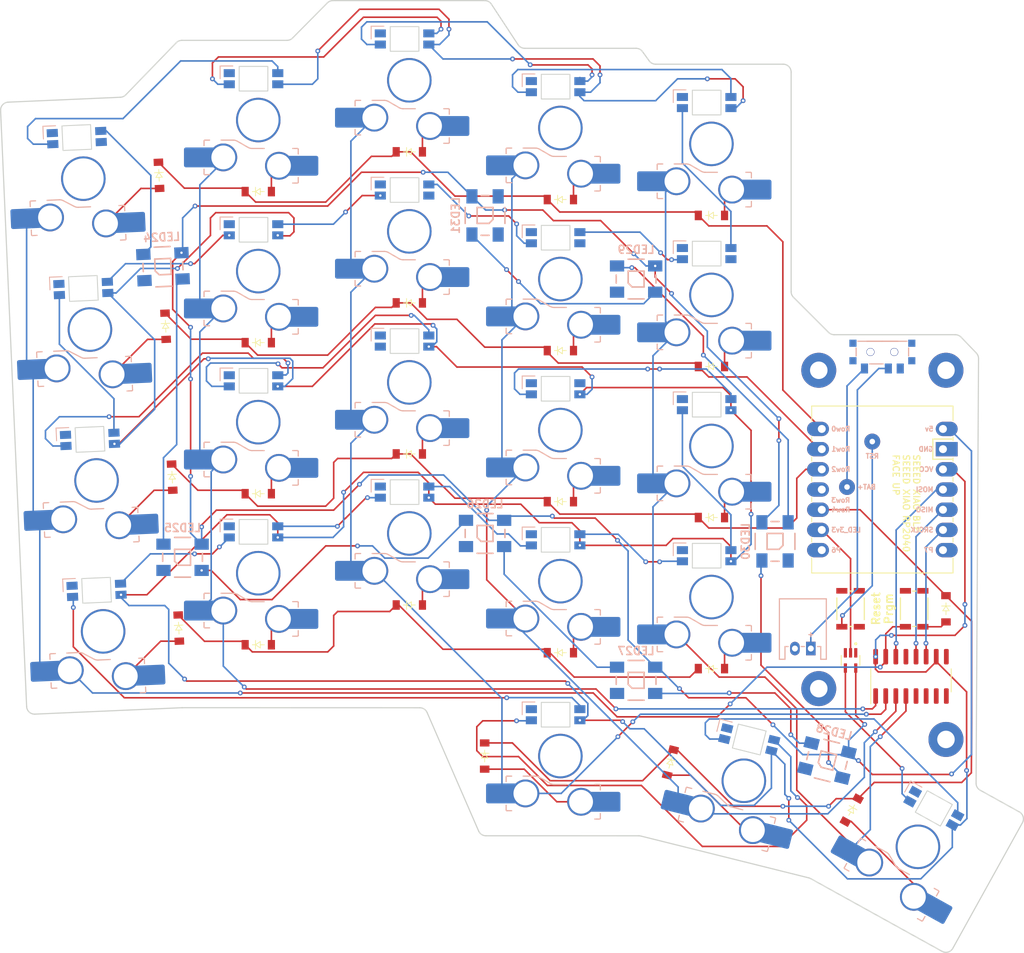
<source format=kicad_pcb>
(kicad_pcb (version 20241229) (generator "pcbnew") (generator_version "9.0")
  (title_block (title "left") (date "2025-11-28") (rev "v1.0.0") (company "Unknown"))
  (layers (0 "F.Cu" signal) (2 "B.Cu" signal) (13 "F.Paste" user) (15 "B.Paste" user) (5 "F.SilkS" user "F.Silkscreen") (7 "B.SilkS" user "B.Silkscreen") (1 "F.Mask" user) (3 "B.Mask" user) (25 "Edge.Cuts" user))
  (net 0 "")
  (net 1 "Col0")
  (net 2 "pinky_bottom")
  (net 3 "GND")
  (net 4 "pinky_home")
  (net 5 "pinky_top")
  (net 6 "pinky_number")
  (net 7 "Col1")
  (net 8 "ring_bottom")
  (net 9 "ring_home")
  (net 10 "ring_top")
  (net 11 "ring_number")
  (net 12 "Col2")
  (net 13 "middle_bottom")
  (net 14 "middle_home")
  (net 15 "middle_top")
  (net 16 "middle_number")
  (net 17 "Col3")
  (net 18 "index_bottom")
  (net 19 "index_home")
  (net 20 "index_top")
  (net 21 "index_number")
  (net 22 "Col4")
  (net 23 "inner_bottom")
  (net 24 "inner_home")
  (net 25 "inner_top")
  (net 26 "inner_number")
  (net 27 "near_thumb")
  (net 28 "home_thumb")
  (net 29 "far_thumb")
  (net 30 "Row3")
  (net 31 "Row2")
  (net 32 "Row1")
  (net 33 "Row0")
  (net 34 "Row4")
  (net 35 "VCC")
  (net 36 "LED4")
  (net 37 "LED3")
  (net 38 "LED13")
  (net 39 "LED12")
  (net 40 "LED14")
  (net 41 "LED_BACKLIGHT_1")
  (net 42 "LED22")
  (net 43 "LED5")
  (net 44 "LED11")
  (net 45 "LED15")
  (net 46 "LED21")
  (net 47 "LED6")
  (net 48 "LED10")
  (net 49 "LED16")
  (net 50 "LED20")
  (net 51 "LED7")
  (net 52 "LED9")
  (net 53 "LED17")
  (net 54 "LED19")
  (net 55 "LED8")
  (net 56 "LED18")
  (net 57 "LED2")
  (net 58 "LED1")
  (net 59 "LED")
  (net 60 "5v")
  (net 61 "LED_BACKLIGHT_2")
  (net 62 "LED_BACKLIGHT_3")
  (net 63 "LED_BACKLIGHT_4")
  (net 64 "LED_BACKLIGHT_5")
  (net 65 "LED_BACKLIGHT_6")
  (net 66 "LED_BACKLIGHT_7")
  (net 67 "LED_BACKLIGHT_8")
  (net 68 "LED_END")
  (net 69 "LED_3v3")
  (net 70 "P6")
  (net 71 "MOSI")
  (net 72 "MISO")
  (net 73 "SRCLK")
  (net 74 "P7")
  (net 75 "RST")
  (net 76 "BAT+")
  (net 77 "QF")
  (net 78 "QG")
  (net 79 "QH")
  (net 80 "QH'")
  (net 81 "BAT_POS")
  (net 82 "Prgm_diode")
  (footprint "E73:SPDT_C128955" (layer "F.Cu") (at 198.01677 64.858243)
    (property "Reference" "T1" (hide yes))
    (property "Value" "" (hide yes))
  )
  (footprint "ComboDiode" (layer "F.Cu") (at 107.858398 61.620693 -87.5)
    (property "Reference" "D22" (hide yes))
    (property "Value" "" (hide yes))
  )
  (footprint "ComboDiode" (layer "F.Cu") (at 119.51677 63.683243)
    (property "Reference" "D3" (hide yes))
    (property "Value" "" (hide yes))
  )
  (footprint "ComboDiode" (layer "F.Cu") (at 138.51677 96.683243)
    (property "Reference" "D5" (hide yes))
    (property "Value" "" (hide yes))
  )
  (footprint "SOT65P210X110-5N" (layer "F.Cu") (at 194.01677 103.658243 -90)
    (property "Reference" "19.053" (hide yes))
    (property "Value" "SOT65P210X110-5N")
  )
  (footprint "ComboDiode" (layer "F.Cu") (at 171.352975 116.488858 -104)
    (property "Reference" "D18" (hide yes))
    (property "Value" "" (hide yes))
  )
  (footprint "ComboDiode" (layer "F.Cu") (at 194.160141 122.48471 -119)
    (property "Reference" "D19" (hide yes))
    (property "Value" "" (hide yes))
  )
  (footprint "ComboDiode" (layer "F.Cu") (at 176.51677 66.683243)
    (property "Reference" "D15" (hide yes))
    (property "Value" "" (hide yes))
  )
  (footprint "SMD_025816_WRE" (layer "F.Cu") (at 194.01677 97.158243 -90)
    (property "Reference" "SW25" (hide yes))
    (property "Value" "")
  )
  (footprint "ComboDiode" (layer "F.Cu") (at 119.51677 82.683243)
    (property "Reference" "D2" (hide yes))
    (property "Value" "" (hide yes))
  )
  (footprint "ComboDiode" (layer "F.Cu") (at 206.01677 97.158243 -90)
    (property "Reference" "D24" (hide yes))
    (property "Value" "" (hide yes))
  )
  (footprint "ComboDiode" (layer "F.Cu") (at 138.51677 58.683243)
    (property "Reference" "D7" (hide yes))
    (property "Value" "" (hide yes))
  )
  (footprint "ComboDiode" (layer "F.Cu") (at 157.51677 45.683243)
    (property "Reference" "D12" (hide yes))
    (property "Value" "" (hide yes))
  )
  (footprint "ComboDiode" (layer "F.Cu") (at 157.51677 83.683243)
    (property "Reference" "D10" (hide yes))
    (property "Value" "" (hide yes))
  )
  (footprint "ComboDiode" (layer "F.Cu") (at 157.51677 102.683243)
    (property "Reference" "D9" (hide yes))
    (property "Value" "" (hide yes))
  )
  (footprint "ComboDiode" (layer "F.Cu") (at 119.51677 44.683243)
    (property "Reference" "D4" (hide yes))
    (property "Value" "" (hide yes))
  )
  (footprint "ComboDiode" (layer "F.Cu") (at 147.99177 115.683243 -90)
    (property "Reference" "D17" (hide yes))
    (property "Value" "" (hide yes))
  )
  (footprint "ComboDiode" (layer "F.Cu") (at 157.51677 64.683243)
    (property "Reference" "D11" (hide yes))
    (property "Value" "" (hide yes))
  )
  (footprint "ComboDiode" (layer "F.Cu") (at 138.51677 77.683243)
    (property "Reference" "D6" (hide yes))
    (property "Value" "" (hide yes))
  )
  (footprint "ComboDiode" (layer "F.Cu") (at 108.687166 80.602609 -87.5)
    (property "Reference" "D21" (hide yes))
    (property "Value" "" (hide yes))
  )
  (footprint "SOIC-16_3.9x9.9mm_P1.27mm" (layer "F.Cu") (at 201.61677 105.658243 90)
    (property "Reference" "19.052" (hide yes))
    (property "Value" "74HC595")
  )
  (footprint "ComboDiode" (layer "F.Cu") (at 176.51677 104.683243)
    (property "Reference" "D13" (hide yes))
    (property "Value" "" (hide yes))
  )
  (footprint "MountingHole_2.2mm_M2_Pad" (layer "F.Cu") (at 190.01677 67.158243)
    (property "Reference" "PAD2" (hide yes))
    (property "Value" "" (hide yes))
  )
  (footprint "ComboDiode" (layer "F.Cu") (at 119.51677 101.683243)
    (property "Reference" "D1" (hide yes))
    (property "Value" "" (hide yes))
  )
  (footprint "MountingHole_2.2mm_M2_Pad" (layer "F.Cu") (at 206.01677 67.158243)
    (property "Reference" "PAD1" (hide yes))
    (property "Value" "" (hide yes))
  )
  (footprint "xiao-ble" (layer "F.Cu") (at 198.01677 82.158243)
    (property "Reference" "19.051" (hide yes))
    (property "Value" "")
  )
  (footprint "ComboDiode" (layer "F.Cu") (at 138.51677 39.683243)
    (property "Reference" "D8" (hide yes))
    (property "Value" "" (hide yes))
  )
  (footprint "ComboDiode" (layer "F.Cu") (at 109.515934 99.584525 -87.5)
    (property "Reference" "D20" (hide yes))
    (property "Value" "" (hide yes))
  )
  (footprint "MountingHole_2.2mm_M2_Pad" (layer "F.Cu") (at 190.01677 107.203215 -14)
    (property "Reference" "PAD4" (hide yes))
    (property "Value" "" (hide yes))
  )
  (footprint "ComboDiode" (layer "F.Cu") (at 107.029629 42.638777 -87.5)
    (property "Reference" "D23" (hide yes))
    (property "Value" "" (hide yes))
  )
  (footprint "SMD_025816_WRE" (layer "F.Cu") (at 202.01677 97.158243 -90)
    (property "Reference" "SW24" (hide yes))
    (property "Value" "")
  )
  (footprint "ComboDiode" (layer "F.Cu") (at 176.51677 47.683243)
    (property "Reference" "D16" (hide yes))
    (property "Value" "" (hide yes))
  )
  (footprint "ComboDiode" (layer "F.Cu") (at 176.51677 85.683243)
    (property "Reference" "D14" (hide yes))
    (property "Value" "" (hide yes))
  )
  (footprint "MountingHole_2.2mm_M2_Pad" (layer "F.Cu") (at 206.016512 113.59294 -29)
    (property "Reference" "PAD3" (hide yes))
    (property "Value" "" (hide yes))
  )
  (footprint "JST_PH_S2B-PH-K_02x2.00mm_Angled" (layer "F.Cu") (at 188.01677 102.158243 180)
    (property "Reference" "JST1" (hide yes))
    (property "Value" "" (hide yes))
  )
  (footprint "ceoloide:switch_gateron_ks27_ks33" (layer "B.Cu") (at 176.51677 76.683243)
    (property "Reference" "SW18")
    (property "Value" "")
  )
  (footprint "ceoloide:switch_gateron_ks27_ks33" (layer "B.Cu") (at 119.51677 92.683243)
    (property "Reference" "SW5")
    (property "Value" "")
  )
  (footprint "ceoloide:switch_gateron_ks27_ks33" (layer "B.Cu") (at 119.51677 73.683243)
    (property "Reference" "SW6")
    (property "Value" "")
  )
  (footprint "ceoloide:switch_gateron_ks27_ks33" (layer "B.Cu") (at 176.51677 95.683243)
    (property "Reference" "SW17")
    (property "Value" "")
  )
  (footprint "ceoloide:switch_gateron_ks27_ks33" (layer "B.Cu") (at 138.51677 49.683243)
    (property "Reference" "SW11")
    (property "Value" "")
  )
  (footprint "ceoloide:led_SK6812mini-e (per-keysingle-side)" (layer "B.Cu") (at 137.91677 25.483243)
    (property "Reference" "LED12" (hide yes))
    (property "Value" "")
    (fp_rect (start -1.8 -1.55) (end 1.8 1.55) (stroke (width 0.12)) (fill no) (layer "Edge.Cuts"))
  )
  (footprint "ceoloide:led_SK6812mini-e (per-keysingle-side)" (layer "B.Cu") (at 175.91677 33.483243)
    (property "Reference" "LED20" (hide yes))
    (property "Value" "")
    (fp_rect (start -1.8 -1.55) (end 1.8 1.55) (stroke (width 0.12)) (fill no) (layer "Edge.Cuts"))
  )
  (footprint "ceoloide:switch_gateron_ks27_ks33" (layer "B.Cu") (at 138.51677 68.683243)
    (property "Reference" "SW10")
    (property "Value" "")
  )
  (footprint "WS2812B" (layer "B.Cu") (at 191.046718 116.245991 -14)
    (property "Reference" "LED28")
    (property "Value" "VAL**" (hide yes))
  )
  (footprint "ceoloide:led_SK6812mini-e (per-keysingle-side)" (layer "B.Cu") (at 156.91677 69.483243)
    (property "Reference" "LED14" (hide yes))
    (property "Value" "")
    (fp_rect (start -1.8 -1.55) (end 1.8 1.55) (stroke (width 0.12)) (fill no) (layer "Edge.Cuts"))
  )
  (footprint "ceoloide:switch_gateron_ks27_ks33" (layer "B.Cu") (at 138.51677 87.683243)
    (property "Reference" "SW9")
    (property "Value" "")
  )
  (footprint "ceoloide:led_SK6812mini-e (per-keysingle-side)" (layer "B.Cu") (at 98.344982 75.849205 2.5)
    (property "Reference" "LED2" (hide yes))
    (property "Value" "")
    (fp_poly (pts (xy -1.8 -1.55) (xy 1.8 -1.55) (xy 1.8 1.55) (xy -1.8 1.55)) (stroke (width 0.12)) (fill no) (layer "Edge.Cuts"))
  )
  (footprint "WS2812B" (layer "B.Cu") (at 167.04177 106.158243)
    (property "Reference" "LED27")
    (property "Value" "VAL**" (hide yes))
  )
  (footprint "WS2812B" (layer "B.Cu") (at 184.51677 88.683243 90)
    (property "Reference" "LED30")
    (property "Value" "VAL**" (hide yes))
  )
  (footprint "ceoloide:led_SK6812mini-e (per-keysingle-side)" (layer "B.Cu") (at 175.91677 90.483243)
    (property "Reference" "LED17" (hide yes))
    (property "Value" "")
    (fp_rect (start -1.8 -1.55) (end 1.8 1.55) (stroke (width 0.12)) (fill no) (layer "Edge.Cuts"))
  )
  (footprint "ceoloide:led_SK6812mini-e (per-keysingle-side)" (layer "B.Cu") (at 99.17375 94.831121 2.5)
    (property "Reference" "LED1" (hide yes))
    (property "Value" "")
    (fp_poly (pts (xy -1.8 -1.55) (xy 1.8 -1.55) (xy 1.8 1.55) (xy -1.8 1.55)) (stroke (width 0.12)) (fill no) (layer "Edge.Cuts"))
  )
  (footprint "ceoloide:switch_gateron_ks27_ks33" (layer "B.Cu") (at 176.51677 38.683243)
    (property "Reference" "SW20")
    (property "Value" "")
  )
  (footprint "ceoloide:led_SK6812mini-e (per-keysingle-side)" (layer "B.Cu") (at 204.487132 122.263613 -29)
    (property "Reference" "LED23" (hide yes))
    (property "Value" "")
    (fp_poly (pts (xy -1.8 -1.55) (xy 1.8 -1.55) (xy 1.8 1.55) (xy -1.8 1.55)) (stroke (width 0.12)) (fill no) (layer "Edge.Cuts"))
  )
  (footprint "ceoloide:led_SK6812mini-e (per-keysingle-side)" (layer "B.Cu") (at 137.91677 63.483243)
    (property "Reference" "LED10" (hide yes))
    (property "Value" "")
    (fp_rect (start -1.8 -1.55) (end 1.8 1.55) (stroke (width 0.12)) (fill no) (layer "Edge.Cuts"))
  )
  (footprint "ceoloide:switch_gateron_ks27_ks33" (layer "B.Cu") (at 157.51677 93.683243)
    (property "Reference" "SW13")
    (property "Value" "")
  )
  (footprint "ceoloide:switch_gateron_ks27_ks33" (layer "B.Cu") (at 119.51677 54.683243)
    (property "Reference" "SW7")
    (property "Value" "")
  )
  (footprint "ceoloide:led_SK6812mini-e (per-keysingle-side)" (layer "B.Cu") (at 97.516213 56.867289 2.5)
    (property "Reference" "LED3" (hide yes))
    (property "Value" "")
    (fp_poly (pts (xy -1.8 -1.55) (xy 1.8 -1.55) (xy 1.8 1.55) (xy -1.8 1.55)) (stroke (width 0.12)) (fill no) (layer "Edge.Cuts"))
  )
  (footprint "ceoloide:led_SK6812mini-e (per-keysingle-side)" (layer "B.Cu") (at 137.91677 82.483243)
    (property "Reference" "LED9" (hide yes))
    (property "Value" "")
    (fp_rect (start -1.8 -1.55) (end 1.8 1.55) (stroke (width 0.12)) (fill no) (layer "Edge.Cuts"))
  )
  (footprint "ceoloide:led_SK6812mini-e (per-keysingle-side)" (layer "B.Cu") (at 156.91677 31.483243)
    (property "Reference" "LED16" (hide yes))
    (property "Value" "")
    (fp_rect (start -1.8 -1.55) (end 1.8 1.55) (stroke (width 0.12)) (fill no) (layer "Edge.Cuts"))
  )
  (footprint "WS2812B" (layer "B.Cu") (at 167.04177 55.683243)
    (property "Reference" "LED29")
    (property "Value" "VAL**" (hide yes))
  )
  (footprint "WS2812B" (layer "B.Cu") (at 109.99177 90.683243)
    (property "Reference" "LED25")
    (property "Value" "VAL**" (hide yes))
  )
  (footprint "ceoloide:led_SK6812mini-e (per-keysingle-side)" (layer "B.Cu") (at 156.91677 50.483243)
    (property "Reference" "LED15" (hide yes))
    (property "Value" "")
    (fp_rect (start -1.8 -1.55) (end 1.8 1.55) (stroke (width 0.12)) (fill no) (layer "Edge.Cuts"))
  )
  (footprint "ceoloide:switch_gateron_ks27_ks33" (layer "B.Cu") (at 157.51677 74.683243)
    (property "Reference" "SW14")
    (property "Value" "")
  )
  (footprint "ceoloide:switch_gateron_ks27_ks33" (layer "B.Cu") (at 157.51677 36.683243)
    (property "Reference" "SW16")
    (property "Value" "")
  )
  (footprint "ceoloide:led_SK6812mini-e (per-keysingle-side)" (layer "B.Cu") (at 175.91677 52.483243)
    (property "Reference" "LED19" (hide yes))
    (property "Value" "")
    (fp_rect (start -1.8 -1.55) (end 1.8 1.55) (stroke (width 0.12)) (fill no) (layer "Edge.Cuts"))
  )
  (footprint "ceoloide:switch_gateron_ks27_ks33" (layer "B.Cu") (at 176.51677 57.683243)
    (property "Reference" "SW19")
    (property "Value" "")
  )
  (footprint "ceoloide:switch_gateron_ks27_ks33" (layer "B.Cu") (at 180.595042 118.793164 -14)
    (property "Reference" "SW22" (hide yes))
    (property "Value" "")
  )
  (footprint "ceoloide:switch_gateron_ks27_ks33" (layer "B.Cu") (at 97.513695 43.054251 2.5)
    (property "Reference" "SW4")
    (property "Value" "")
  )
  (footprint "ceoloide:switch_gateron_ks27_ks33" (layer "B.Cu") (at 99.171232 81.018084 2.5)
    (property "Reference" "SW2")
    (property "Value" "")
  )
  (footprint "ceoloide:switch_gateron_ks27_ks33" (layer "B.Cu") (at 138.51677 30.683243)
    (property "Reference" "SW12")
    (property "Value" "")
  )
  (footprint "ceoloide:led_SK6812mini-e (per-keysingle-side)" (layer "B.Cu") (at 118.91677 68.483243)
    (property "Reference" "LED6" (hide yes))
    (property "Value" "")
    (fp_rect (start -1.8 -1.55) (end 1.8 1.55) (stroke (width 0.12)) (fill no) (layer "Edge.Cuts"))
  )
  (footprint "ceoloide:led_SK6812mini-e (per-keysingle-side)" (layer "B.Cu") (at 118.91677 49.483243)
    (property "Reference" "LED7" (hide yes))
    (property "Value" "")
    (fp_rect (start -1.8 -1.55) (end 1.8 1.55) (stroke (width 0.12)) (fill no) (layer "Edge.Cuts"))
  )
  (footprint "ceoloide:switch_gateron_ks27_ks33" (layer "B.Cu") (at 202.490894 127.102522 -29)
    (property "Reference" "SW23")
    (property "Value" "")
  )
  (footprint "ceoloide:led_SK6812mini-e (per-keysingle-side)" (layer "B.Cu") (at 156.91677 88.483243)
    (property "Reference" "LED13" (hide yes))
    (property "Value" "")
    (fp_rect (start -1.8 -1.55) (end 1.8 1.55) (stroke (width 0.12)) (fill no) (layer "Edge.Cuts"))
  )
  (footprint "ceoloide:switch_gateron_ks27_ks33" (layer "B.Cu") (at 157.51677 115.683243)
    (property "Reference" "SW21")
    (property "Value" "")
  )
  (footprint "WS2812B" (layer "B.Cu") (at 148.04177 47.683243 90)
    (property "Reference" "LED31")
    (property "Value" "VAL**" (hide yes))
  )
  (footprint "ceoloide:led_SK6812mini-e (per-keysingle-side)" (layer "B.Cu") (at 181.270858 113.602473 -14)
    (property "Reference" "LED22" (hide yes))
    (property "Value" "")
    (fp_poly (pts (xy -1.8 -1.55) (xy 1.8 -1.55) (xy 1.8 1.55) (xy -1.8 1.55)) (stroke (width 0.12)) (fill no) (layer "Edge.Cuts"))
  )
  (footprint "ceoloide:switch_gateron_ks27_ks33" (layer "B.Cu") (at 98.342463 62.036168 2.5)
    (property "Reference" "SW3")
    (property "Value" "")
  )
  (footprint "ceoloide:switch_gateron_ks27_ks33" (layer "B.Cu") (at 100 100 2.5)
    (property "Reference" "SW1")
    (property "Value" "")
  )
  (footprint "ceoloide:switch_gateron_ks27_ks33" (layer "B.Cu") (at 157.51677 55.683243)
    (property "Reference" "SW15")
    (property "Value" "")
  )
  (footprint "WS2812B" (layer "B.Cu") (at 107.531252 54.127831 2.5)
    (property "Reference" "LED24")
    (property "Value" "VAL**" (hide yes))
  )
  (footprint "ceoloide:led_SK6812mini-e (per-keysingle-side)" (layer "B.Cu") (at 96.687445 37.885372 2.5)
    (property "Reference" "LED4" (hide yes))
    (property "Value" "")
    (fp_poly (pts (xy -1.8 -1.55) (xy 1.8 -1.55) (xy 1.8 1.55) (xy -1.8 1.55)) (stroke (width 0.12)) (fill no) (layer "Edge.Cuts"))
  )
  (footprint "ceoloide:led_SK6812mini-e (per-keysingle-side)" (layer "B.Cu") (at 118.91677 87.483243)
    (property "Reference" "LED5" (hide yes))
    (property "Value" "")
    (fp_rect (start -1.8 -1.55) (end 1.8 1.55) (stroke (width 0.12)) (fill no) (layer "Edge.Cuts"))
  )
  (footprint "ceoloide:led_SK6812mini-e (per-keysingle-side)" (layer "B.Cu") (at 175.91677 71.483243)
    (property "Reference" "LED18" (hide yes))
    (property "Value" "")
    (fp_rect (start -1.8 -1.55) (end 1.8 1.55) (stroke (width 0.12)) (fill no) (layer "Edge.Cuts"))
  )
  (footprint "ceoloide:led_SK6812mini-e (per-keysingle-side)" (layer "B.Cu") (at 137.91677 44.483243)
    (property "Reference" "LED11" (hide yes))
    (property "Value" "")
    (fp_rect (start -1.8 -1.55) (end 1.8 1.55) (stroke (width 0.12)) (fill no) (layer "Edge.Cuts"))
  )
  (footprint "ceoloide:switch_gateron_ks27_ks33" (layer "B.Cu") (at 119.51677 35.683243)
    (property "Reference" "SW8")
    (property "Value" "")
  )
  (footprint "WS2812B" (layer "B.Cu") (at 148.04177 87.683243)
    (property "Reference" "LED26")
    (property "Value" "VAL**" (hide yes))
  )
  (footprint "ceoloide:led_SK6812mini-e (per-keysingle-side)" (layer "B.Cu") (at 156.91677 110.483243)
    (property "Reference" "LED21" (hide yes))
    (property "Value" "")
    (fp_rect (start -1.8 -1.55) (end 1.8 1.55) (stroke (width 0.12)) (fill no) (layer "Edge.Cuts"))
  )
  (footprint "ceoloide:led_SK6812mini-e (per-keysingle-side)" (layer "B.Cu") (at 118.91677 30.483243)
    (property "Reference" "LED8" (hide yes))
    (property "Value" "")
    (fp_rect (start -1.8 -1.55) (end 1.8 1.55) (stroke (width 0.12)) (fill no) (layer "Edge.Cuts"))
  )
  (gr_line (start 139.836317 109.608066) (end 109.975173 109.59999) (stroke (width 0.15)) (layer "Edge.Cuts"))
  (gr_arc (start 186.834663 57.976136) (mid 186.617887 57.651713) (end 186.54177 57.269029) (stroke (width 0.15)) (layer "Edge.Cuts"))
  (gr_arc (start 188.765339 131.007861) (mid 188.889764 131.047652) (end 189.007942 131.10332) (stroke (width 0.15)) (layer "Edge.Cuts"))
  (gr_arc (start 109.197096 25.962287) (mid 109.525277 25.73737) (end 109.91518 25.658243) (stroke (width 0.15)) (layer "Edge.Cuts"))
  (gr_line (start 186.54177 29.658243) (end 186.54177 57.269029) (stroke (width 0.15)) (layer "Edge.Cuts"))
  (gr_line (start 109.91518 25.658243) (end 123.12461 25.658243) (stroke (width 0.15)) (layer "Edge.Cuts"))
  (gr_arc (start 91.420874 110.409123) (mid 90.701702 110.147333) (end 90.378207 109.453695) (stroke (width 0.15)) (layer "Edge.Cuts"))
  (gr_arc (start 167.388998 125.713135) (mid 167.510646 125.720586) (end 167.630481 125.742792) (stroke (width 0.15)) (layer "Edge.Cuts"))
  (gr_line (start 123.835261 25.361788) (end 128.198279 20.954698) (stroke (width 0.15)) (layer "Edge.Cuts"))
  (gr_line (start 205.524333 140.246732) (end 189.007942 131.10332) (stroke (width 0.15)) (layer "Edge.Cuts"))
  (gr_arc (start 123.835261 25.361788) (mid 123.509612 25.581152) (end 123.12461 25.658243) (stroke (width 0.15)) (layer "Edge.Cuts"))
  (gr_arc (start 153.030685 26.658243) (mid 152.556276 26.538545) (end 152.195436 26.208115) (stroke (width 0.15)) (layer "Edge.Cuts"))
  (gr_arc (start 139.836317 109.608066) (mid 140.38445 109.771876) (end 140.753117 110.20934) (stroke (width 0.15)) (layer "Edge.Cuts"))
  (gr_arc (start 169.501932 28.658243) (mid 169.047478 28.549035) (end 168.692322 28.245211) (stroke (width 0.15)) (layer "Edge.Cuts"))
  (gr_line (start 109.931283 109.600942) (end 91.420874 110.409123) (stroke (width 0.15)) (layer "Edge.Cuts"))
  (gr_arc (start 209.835256 64.990468) (mid 210.043096 65.312669) (end 210.114406 65.689398) (stroke (width 0.15)) (layer "Edge.Cuts"))
  (gr_line (start 128.90893 20.658243) (end 148.002856 20.658243) (stroke (width 0.15)) (layer "Edge.Cuts"))
  (gr_arc (start 148.002856 20.658243) (mid 148.477274 20.777926) (end 148.838104 21.108371) (stroke (width 0.15)) (layer "Edge.Cuts"))
  (gr_line (start 148.838104 21.108371) (end 152.195436 26.208115) (stroke (width 0.15)) (layer "Edge.Cuts"))
  (gr_line (start 90.378207 109.453695) (end 87.104571 34.475126) (stroke (width 0.15)) (layer "Edge.Cuts"))
  (gr_arc (start 109.931283 109.600941) (mid 109.953223 109.600225) (end 109.975173 109.59999) (stroke (width 0.15)) (layer "Edge.Cuts"))
  (gr_line (start 207.911858 62.990134) (end 209.835256 64.990468) (stroke (width 0.15)) (layer "Edge.Cuts"))
  (gr_line (start 167.841219 27.071275) (end 168.692322 28.245211) (stroke (width 0.15)) (layer "Edge.Cuts"))
  (gr_line (start 102.848106 32.513151) (end 109.197096 25.962287) (stroke (width 0.15)) (layer "Edge.Cuts"))
  (gr_arc (start 206.883285 139.856658) (mid 206.284566 140.332989) (end 205.524333 140.246732) (stroke (width 0.15)) (layer "Edge.Cuts"))
  (gr_arc (start 87.104571 34.475126) (mid 87.366341 33.755918) (end 88.06 33.432458) (stroke (width 0.15)) (layer "Edge.Cuts"))
  (gr_line (start 210.114406 65.689398) (end 209.803497 119.098964) (stroke (width 0.15)) (layer "Edge.Cuts"))
  (gr_arc (start 191.955984 62.683243) (mid 191.573302 62.60712) (end 191.248877 62.39035) (stroke (width 0.15)) (layer "Edge.Cuts"))
  (gr_line (start 188.765339 131.007861) (end 167.630481 125.742792) (stroke (width 0.15)) (layer "Edge.Cuts"))
  (gr_line (start 169.501932 28.658243) (end 185.54177 28.658243) (stroke (width 0.15)) (layer "Edge.Cuts"))
  (gr_arc (start 215.244553 122.709866) (mid 215.720994 123.308852) (end 215.634363 124.069295) (stroke (width 0.15)) (layer "Edge.Cuts"))
  (gr_line (start 147.230417 125.10713) (end 140.753117 110.20934) (stroke (width 0.15)) (layer "Edge.Cuts"))
  (gr_arc (start 128.198279 20.954698) (mid 128.523926 20.735328) (end 128.90893 20.658243) (stroke (width 0.15)) (layer "Edge.Cuts"))
  (gr_arc (start 102.848106 32.513151) (mid 102.539919 32.729335) (end 102.173641 32.816243) (stroke (width 0.15)) (layer "Edge.Cuts"))
  (gr_arc (start 185.54177 28.658243) (mid 186.248881 28.951128) (end 186.54177 29.658243) (stroke (width 0.15)) (layer "Edge.Cuts"))
  (gr_line (start 191.955984 62.683243) (end 207.191025 62.683243) (stroke (width 0.15)) (layer "Edge.Cuts"))
  (gr_line (start 167.388998 125.713135) (end 148.147241 125.708404) (stroke (width 0.15)) (layer "Edge.Cuts"))
  (gr_line (start 153.030685 26.658243) (end 167.031608 26.658243) (stroke (width 0.15)) (layer "Edge.Cuts"))
  (gr_arc (start 148.147241 125.708404) (mid 147.599085 125.544611) (end 147.230417 125.10713) (stroke (width 0.15)) (layer "Edge.Cuts"))
  (gr_arc (start 167.031608 26.658243) (mid 167.486042 26.767472) (end 167.841219 27.071275) (stroke (width 0.15)) (layer "Edge.Cuts"))
  (gr_line (start 215.634363 124.069295) (end 206.883285 139.856658) (stroke (width 0.15)) (layer "Edge.Cuts"))
  (gr_line (start 210.31867 119.979405) (end 215.244553 122.709866) (stroke (width 0.15)) (layer "Edge.Cuts"))
  (gr_line (start 186.834663 57.976136) (end 191.248877 62.39035) (stroke (width 0.15)) (layer "Edge.Cuts"))
  (gr_line (start 88.06 33.432458) (end 102.173641 32.816243) (stroke (width 0.15)) (layer "Edge.Cuts"))
  (gr_arc (start 210.31867 119.979405) (mid 209.94039 119.60981) (end 209.803497 119.098964) (stroke (width 0.15)) (layer "Edge.Cuts"))
  (gr_arc (start 207.191025 62.683243) (mid 207.582738 62.76317) (end 207.911858 62.990134) (stroke (width 0.15)) (layer "Edge.Cuts"))
  (segment (start 164.650057 110.75) (end 161.650057 107.75) (width 0.2) (layer "F.Cu") (net 1))
  (segment (start 200.91677 99.418843) (end 201.374338 99.418843) (width 0.2) (layer "F.Cu") (net 1))
  (segment (start 200.91677 99.418843) (end 199.331157 99.418843) (width 0.2) (layer "F.Cu") (net 1))
  (segment (start 177.25 110.75) (end 164.650057 110.75) (width 0.2) (layer "F.Cu") (net 1))
  (segment (start 198.44177 103.808775) (end 198.44177 103.183243) (width 0.2) (layer "F.Cu") (net 1))
  (segment (start 161.650057 107.75) (end 117.25 107.75) (width 0.2) (layer "F.Cu") (net 1))
  (segment (start 178.875 109.125) (end 177.25 110.75) (width 0.2) (layer "F.Cu") (net 1))
  (segment (start 197.750248 104.500297) (end 198.44177 103.808775) (width 0.2) (layer "F.Cu") (net 1))
  (segment (start 198.44177 100.30823) (end 198.44177 103.183243) (width 0.2) (layer "F.Cu") (net 1))
  (segment (start 199.331157 99.418843) (end 198.44177 100.30823) (width 0.2) (layer "F.Cu") (net 1))
  (via (at 197.750248 104.500297) (size 0.6) (drill 0.3) (layers "F.Cu" "B.Cu") (net 1))
  (via (at 178.875 109.125) (size 0.6) (drill 0.3) (layers "F.Cu" "B.Cu") (net 1))
  (via (at 117.25 107.75) (size 0.6) (drill 0.3) (layers "F.Cu" "B.Cu") (net 1))
  (segment (start 117.25 107.75) (end 98.671747 107.75) (width 0.2) (layer "B.Cu") (net 1))
  (segment (start 197.749951 104.5) (end 197.750248 104.500297) (width 0.2) (layer "B.Cu") (net 1))
  (segment (start 92.033239 104.187361) (end 92.862007 105.016129) (width 0.2) (layer "B.Cu") (net 1))
  (segment (start 178.875 109.125) (end 183.5 104.5) (width 0.2) (layer "B.Cu") (net 1))
  (segment (start 91.20447 85.205444) (end 92.033239 86.034213) (width 0.2) (layer "B.Cu") (net 1))
  (segment (start 91.20447 67.052297) (end 91.20447 85.205444) (width 0.2) (layer "B.Cu") (net 1))
  (segment (start 90.375702 48.07038) (end 90.375702 66.223529) (width 0.2) (layer "B.Cu") (net 1))
  (segment (start 183.5 104.5) (end 197.749951 104.5) (width 0.2) (layer "B.Cu") (net 1))
  (segment (start 98.671747 107.75) (end 95.809199 104.887452) (width 0.2) (layer "B.Cu") (net 1))
  (segment (start 90.375702 66.223529) (end 91.20447 67.052297) (width 0.2) (layer "B.Cu") (net 1))
  (segment (start 92.033239 86.034213) (end 92.033239 104.187361) (width 0.2) (layer "B.Cu") (net 1))
  (segment (start 102.848337 105.631117) (end 107.246499 101.232955) (width 0.2) (layer "F.Cu") (net 2))
  (segment (start 107.246499 101.232955) (end 109.587906 101.232955) (width 0.2) (layer "F.Cu") (net 2))
  (segment (start 106.417731 82.251039) (end 108.759138 82.251039) (width 0.2) (layer "F.Cu") (net 4))
  (segment (start 102.019569 86.649201) (end 106.417731 82.251039) (width 0.2) (layer "F.Cu") (net 4))
  (segment (start 101.1908 67.667285) (end 105.588962 63.269123) (width 0.2) (layer "F.Cu") (net 5))
  (segment (start 105.588962 63.269123) (end 107.93037 63.269123) (width 0.2) (layer "F.Cu") (net 5))
  (segment (start 104.760193 44.287207) (end 107.101601 44.287207) (width 0.2) (layer "F.Cu") (net 6))
  (segment (start 100.362032 48.685368) (end 104.760193 44.287207) (width 0.2) (layer "F.Cu") (net 6))
  (segment (start 196.75 109.75) (end 197.17177 109.32823) (width 0.2) (layer "F.Cu") (net 7))
  (segment (start 117.75 107) (end 118 107.25) (width 0.2) (layer "F.Cu") (net 7))
  (segment (start 197.17177 109.32823) (end 197.17177 108.133243) (width 0.2) (layer "F.Cu") (net 7))
  (segment (start 162 107.25) (end 164.5 109.75) (width 0.2) (layer "F.Cu") (net 7))
  (segment (start 195.555013 109.75) (end 196.75 109.75) (width 0.2) (layer "F.Cu") (net 7))
  (segment (start 118 107.25) (end 162 107.25) (width 0.2) (layer "F.Cu") (net 7))
  (via (at 195.555013 109.75) (size 0.6) (drill 0.3) (layers "F.Cu" "B.Cu") (net 7))
  (via (at 117.75 107) (size 0.6) (drill 0.3) (layers "F.Cu" "B.Cu") (net 7))
  (via (at 164.5 109.75) (size 0.6) (drill 0.3) (layers "F.Cu" "B.Cu") (net 7))
  (segment (start 112.16677 43.83323) (end 115.11677 40.88323) (width 0.2) (layer "B.Cu") (net 7))
  (segment (start 113.59277 79.907243) (end 115.11677 78.383243) (width 0.2) (layer "B.Cu") (net 7))
  (segment (start 195.555013 109.75) (end 164.5 109.75) (width 0.2) (layer "B.Cu") (net 7))
  (segment (start 112.16677 62.333243) (end 115.11677 59.383243) (width 0.2) (layer "B.Cu") (net 7))
  (segment (start 115.11677 104.36677) (end 115.11677 97.383243) (width 0.2) (layer "B.Cu") (net 7))
  (segment (start 112.16677 78.383243) (end 112.16677 62.333243) (width 0.2) (layer "B.Cu") (net 7))
  (segment (start 112.16677 97.383243) (end 113.59277 95.957243) (width 0.2) (layer "B.Cu") (net 7))
  (segment (start 117.75 107) (end 115.11677 104.36677) (width 0.2) (layer "B.Cu") (net 7))
  (segment (start 113.59277 95.957243) (end 113.59277 79.907243) (width 0.2) (layer "B.Cu") (net 7))
  (segment (start 115.11677 40.88323) (end 115.11677 40.383243) (width 0.2) (layer "B.Cu") (net 7))
  (segment (start 112.16677 59.383243) (end 112.16677 43.83323) (width 0.2) (layer "B.Cu") (net 7))
  (segment (start 122.11677 98.433243) (end 121.16677 99.383243) (width 0.2) (layer "F.Cu") (net 8))
  (segment (start 121.16677 99.383243) (end 121.16677 101.683243) (width 0.2) (layer "F.Cu") (net 8))
  (segment (start 121.16677 80.383243) (end 121.16677 82.683243) (width 0.2) (layer "F.Cu") (net 9))
  (segment (start 122.11677 79.433243) (end 121.16677 80.383243) (width 0.2) (layer "F.Cu") (net 9))
  (segment (start 122.11677 60.433243) (end 121.16677 61.383243) (width 0.2) (layer "F.Cu") (net 10))
  (segment (start 121.16677 61.383243) (end 121.16677 63.683243) (width 0.2) (layer "F.Cu") (net 10))
  (segment (start 122.11677 41.433243) (end 121.16677 42.383243) (width 0.2) (layer "F.Cu") (net 11))
  (segment (start 121.16677 42.383243) (end 121.16677 44.683243) (width 0.2) (layer "F.Cu") (net 11))
  (segment (start 197.830318 110.419682) (end 198.44177 109.80823) (width 0.2) (layer "F.Cu") (net 12))
  (segment (start 196 110.419682) (end 197.830318 110.419682) (width 0.2) (layer "F.Cu") (net 12))
  (segment (start 198.44177 109.80823) (end 198.44177 108.133243) (width 0.2) (layer "F.Cu") (net 12))
  (segment (start 166.625 111.375) (end 164.75 113.25) (width 0.2) (layer "F.Cu") (net 12))
  (via (at 166.625 111.375) (size 0.6) (drill 0.3) (layers "F.Cu" "B.Cu") (net 12))
  (via (at 196 110.419682) (size 0.6) (drill 0.3) (layers "F.Cu" "B.Cu") (net 12))
  (via (at 164.75 113.25) (size 0.6) (drill 0.3) (layers "F.Cu" "B.Cu") (net 12))
  (segment (start 166.625 111.375) (end 167.580318 110.419682) (width 0.2) (layer "B.Cu") (net 12))
  (segment (start 131.16677 38.333243) (end 134.11677 35.383243) (width 0.2) (layer "B.Cu") (net 12))
  (segment (start 131.16677 92.383243) (end 131.16677 76.333243) (width 0.2) (layer "B.Cu") (net 12))
  (segment (start 157.616757 120.383243) (end 153.11677 120.383243) (width 0.2) (layer "B.Cu") (net 12))
  (segment (start 131.16677 73.383243) (end 131.16677 57.333243) (width 0.2) (layer "B.Cu") (net 12))
  (segment (start 164.75 113.25) (end 157.616757 120.383243) (width 0.2) (layer "B.Cu") (net 12))
  (segment (start 131.16677 54.383243) (end 131.16677 38.333243) (width 0.2) (layer "B.Cu") (net 12))
  (segment (start 131.16677 76.333243) (end 134.11677 73.383243) (width 0.2) (layer "B.Cu") (net 12))
  (segment (start 131.16677 57.333243) (end 134.11677 54.383243) (width 0.2) (layer "B.Cu") (net 12))
  (segment (start 150.16677 120.383243) (end 150.16677 108.433243) (width 0.2) (layer "B.Cu") (net 12))
  (segment (start 150.16677 108.433243) (end 134.11677 92.383243) (width 0.2) (layer "B.Cu") (net 12))
  (segment (start 167.580318 110.419682) (end 196 110.419682) (width 0.2) (layer "B.Cu") (net 12))
  (segment (start 140.16677 96.683243) (end 140.16677 94.383243) (width 0.2) (layer "F.Cu") (net 13))
  (segment (start 140.16677 94.383243) (end 141.11677 93.433243) (width 0.2) (layer "F.Cu") (net 13))
  (segment (start 141.11677 74.433243) (end 140.16677 75.383243) (width 0.2) (layer "F.Cu") (net 14))
  (segment (start 140.16677 75.383243) (end 140.16677 77.683243) (width 0.2) (layer "F.Cu") (net 14))
  (segment (start 141.11677 55.433243) (end 140.16677 56.383243) (width 0.2) (layer "F.Cu") (net 15))
  (segment (start 140.16677 56.383243) (end 140.16677 58.683243) (width 0.2) (layer "F.Cu") (net 15))
  (segment (start 140.16677 37.383243) (end 141.11677 36.433243) (width 0.2) (layer "F.Cu") (net 16))
  (segment (start 140.16677 39.683243) (end 140.16677 37.383243) (width 0.2) (layer "F.Cu") (net 16))
  (segment (start 197.125 112.625) (end 199.71177 110.03823) (width 0.2) (layer "F.Cu") (net 17))
  (segment (start 148.25 93.516473) (end 153.11677 98.383243) (width 0.2) (layer "F.Cu") (net 17))
  (segment (start 148.25 84.75) (end 148.25 93.516473) (width 0.2) (layer "F.Cu") (net 17))
  (segment (start 199.71177 110.03823) (end 199.71177 108.133243) (width 0.2) (layer "F.Cu") (net 17))
  (segment (start 175.188708 121.188708) (end 175.188708 122.289098) (width 0.2) (layer "F.Cu") (net 17))
  (via (at 148.25 84.75) (size 0.6) (drill 0.3) (layers "F.Cu" "B.Cu") (net 17))
  (via (at 197.125 112.625) (size 0.6) (drill 0.3) (layers "F.Cu" "B.Cu") (net 17))
  (segment (start 153.11677 79.383243) (end 148.25 84.250013) (width 0.2) (layer "B.Cu") (net 17))
  (segment (start 191.149582 122.950361) (end 175.849971 122.950361) (width 0.2) (layer "B.Cu") (net 17))
  (segment (start 195.75 114) (end 195.75 118.349943) (width 0.2) (layer "B.Cu") (net 17))
  (segment (start 175.849971 122.950361) (end 175.188708 122.289098) (width 0.2) (layer "B.Cu") (net 17))
  (segment (start 148.25 84.250013) (end 148.25 84.75) (width 0.2) (layer "B.Cu") (net 17))
  (segment (start 151.41677 43.083243) (end 153.11677 41.383243) (width 0.2) (layer "B.Cu") (net 17))
  (segment (start 172.326336 119.576336) (end 172.326336 121.575428) (width 0.2) (layer "B.Cu") (net 17))
  (segment (start 197.125 112.625) (end 195.75 114) (width 0.2) (layer "B.Cu") (net 17))
  (segment (start 195.75 118.349943) (end 191.149582 122.950361) (width 0.2) (layer "B.Cu") (net 17))
  (segment (start 150.16677 98.383243) (end 151.133243 98.383243) (width 0.2) (layer "B.Cu") (net 17))
  (segment (start 150.16677 79.383243) (end 150.16677 63.333243) (width 0.2) (layer "B.Cu") (net 17))
  (segment (start 151.41677 59.133243) (end 151.41677 43.083243) (width 0.2) (layer "B.Cu") (net 17))
  (segment (start 151.75 97.016473) (end 153.11677 98.383243) (width 0.2) (layer "B.Cu") (net 17))
  (segment (start 151.133243 98.383243) (end 172.326336 119.576336) (width 0.2) (layer "B.Cu") (net 17))
  (segment (start 150.16677 63.333243) (end 153.11677 60.383243) (width 0.2) (layer "B.Cu") (net 17))
  (segment (start 150.16677 60.383243) (end 151.41677 59.133243) (width 0.2) (layer "B.Cu") (net 17))
  (segment (start 159.16677 100.383243) (end 159.16677 102.683243) (width 0.2) (layer "F.Cu") (net 18))
  (segment (start 160.11677 99.433243) (end 159.16677 100.383243) (width 0.2) (layer "F.Cu") (net 18))
  (segment (start 160.11677 80.433243) (end 159.16677 81.383243) (width 0.2) (layer "F.Cu") (net 19))
  (segment (start 159.16677 81.383243) (end 159.16677 83.683243) (width 0.2) (layer "F.Cu") (net 19))
  (segment (start 159.16677 62.383243) (end 159.16677 64.683243) (width 0.2) (layer "F.Cu") (net 20))
  (segment (start 160.11677 61.433243) (end 159.16677 62.383243) (width 0.2) (layer "F.Cu") (net 20))
  (segment (start 159.16677 43.383243) (end 160.11677 42.433243) (width 0.2) (layer "F.Cu") (net 21))
  (segment (start 159.16677 45.683243) (end 159.16677 43.383243) (width 0.2) (layer "F.Cu") (net 21))
  (segment (start 187.25 109.75) (end 183.25 105.75) (width 0.2) (layer "F.Cu") (net 22))
  (segment (start 196.363962 129.080072) (end 187.25 119.96611) (width 0.2) (layer "F.Cu") (net 22))
  (segment (start 183.25 105.75) (end 177.483527 105.75) (width 0.2) (layer "F.Cu") (net 22))
  (segment (start 200.98177 110.01823) (end 197.75 113.25) (width 0.2) (layer "F.Cu") (net 22))
  (segment (start 177.483527 105.75) (end 172.11677 100.383243) (width 0.2) (layer "F.Cu") (net 22))
  (segment (start 200.98177 108.133243) (end 200.98177 110.01823) (width 0.2) (layer "F.Cu") (net 22))
  (segment (start 187.25 119.96611) (end 187.25 109.75) (width 0.2) (layer "F.Cu") (net 22))
  (via (at 197.75 113.25) (size 0.6) (drill 0.3) (layers "F.Cu" "B.Cu") (net 22))
  (segment (start 170.75 44.750013) (end 170.75 61.016473) (width 0.2) (layer "B.Cu") (net 22))
  (segment (start 196.5 114.5) (end 196.5 124.933718) (width 0.2) (layer "B.Cu") (net 22))
  (segment (start 169.16677 65.333243) (end 172.11677 62.383243) (width 0.2) (layer "B.Cu") (net 22))
  (segment (start 169.16677 81.383243) (end 169.16677 65.333243) (width 0.2) (layer "B.Cu") (net 22))
  (segment (start 172.11677 43.383243) (end 170.75 44.750013) (width 0.2) (layer "B.Cu") (net 22))
  (segment (start 170.75 61.016473) (end 172.11677 62.383243) (width 0.2) (layer "B.Cu") (net 22))
  (segment (start 196.5 124.933718) (end 193.783834 127.649884) (width 0.2) (layer "B.Cu") (net 22))
  (segment (start 169.16677 100.383243) (end 169.16677 84.333243) (width 0.2) (layer "B.Cu") (net 22))
  (segment (start 197.75 113.25) (end 196.5 114.5) (width 0.2) (layer "B.Cu") (net 22))
  (segment (start 169.16677 84.333243) (end 172.11677 81.383243) (width 0.2) (layer "B.Cu") (net 22))
  (segment (start 178.16677 102.383243) (end 178.16677 104.683243) (width 0.2) (layer "F.Cu") (net 23))
  (segment (start 179.11677 101.433243) (end 178.16677 102.383243) (width 0.2) (layer "F.Cu") (net 23))
  (segment (start 179.11677 82.433243) (end 178.16677 83.383243) (width 0.2) (layer "F.Cu") (net 24))
  (segment (start 178.16677 83.383243) (end 178.16677 85.683243) (width 0.2) (layer "F.Cu") (net 24))
  (segment (start 178.16677 64.383243) (end 178.16677 66.683243) (width 0.2) (layer "F.Cu") (net 25))
  (segment (start 179.11677 63.433243) (end 178.16677 64.383243) (width 0.2) (layer "F.Cu") (net 25))
  (segment (start 178.16677 45.383243) (end 179.11677 44.433243) (width 0.2) (layer "F.Cu") (net 26))
  (segment (start 178.16677 47.683243) (end 178.16677 45.383243) (width 0.2) (layer "F.Cu") (net 26))
  (segment (start 160.11677 121.433243) (end 157.067323 121.433243) (width 0.2) (layer "F.Cu") (net 27))
  (segment (start 157.067323 121.433243) (end 152.967323 117.333243) (width 0.2) (layer "F.Cu") (net 27))
  (segment (start 152.967323 117.333243) (end 147.99177 117.333243) (width 0.2) (layer "F.Cu") (net 27))
  (segment (start 181.72676 125.001361) (end 180.801524 125.001361) (width 0.2) (layer "F.Cu") (net 28))
  (segment (start 180.801524 125.001361) (end 173.890009 118.089846) (width 0.2) (layer "F.Cu") (net 28))
  (segment (start 173.890009 118.089846) (end 170.953804 118.089846) (width 0.2) (layer "F.Cu") (net 28))
  (segment (start 194.112276 123.927833) (end 201.97725 131.792807) (width 0.2) (layer "F.Cu") (net 29))
  (segment (start 193.360205 123.927833) (end 194.112276 123.927833) (width 0.2) (layer "F.Cu") (net 29))
  (segment (start 201.97725 131.792807) (end 201.97725 133.39209) (width 0.2) (layer "F.Cu") (net 29))
  (segment (start 129 101.834243) (end 128.25 102.584243) (width 0.2) (layer "F.Cu") (net 30))
  (segment (start 173.800013 105.75) (end 159.25 105.75) (width 0.2) (layer "F.Cu") (net 30))
  (segment (start 117.433527 101.25) (end 117.86677 101.683243) (width 0.2) (layer "F.Cu") (net 30))
  (segment (start 136.050013 97.5) (end 129.5 97.5) (width 0.2) (layer "F.Cu") (net 30))
  (segment (start 112.757867 101.25) (end 117.433527 101.25) (width 0.2) (layer "F.Cu") (net 30))
  (segment (start 129.5 97.5) (end 129 98) (width 0.2) (layer "F.Cu") (net 30))
  (segment (start 109.443962 97.936095) (end 112.757867 101.25) (width 0.2) (layer "F.Cu") (net 30))
  (segment (start 155.86677 102.683243) (end 155.433527 102.25) (width 0.2) (layer "F.Cu") (net 30))
  (segment (start 155.433527 102.25) (end 142.75 102.25) (width 0.2) (layer "F.Cu") (net 30))
  (segment (start 136.86677 96.683243) (end 136.050013 97.5) (width 0.2) (layer "F.Cu") (net 30))
  (segment (start 174.86677 104.683243) (end 173.800013 105.75) (width 0.2) (layer "F.Cu") (net 30))
  (segment (start 156.183243 102.683243) (end 155.86677 102.683243) (width 0.2) (layer "F.Cu") (net 30))
  (segment (start 155.86677 102.649) (end 155.86677 102.683243) (width 0.2) (layer "F.Cu") (net 30))
  (segment (start 137.183243 96.683243) (end 136.86677 96.683243) (width 0.2) (layer "F.Cu") (net 30))
  (segment (start 128.25 102.584243) (end 118.76777 102.584243) (width 0.2) (layer "F.Cu") (net 30))
  (segment (start 142.75 102.25) (end 137.183243 96.683243) (width 0.2) (layer "F.Cu") (net 30))
  (segment (start 118.76777 102.584243) (end 117.86677 101.683243) (width 0.2) (layer "F.Cu") (net 30))
  (segment (start 129 98) (end 129 101.834243) (width 0.2) (layer "F.Cu") (net 30))
  (segment (start 159.25 105.75) (end 156.183243 102.683243) (width 0.2) (layer "F.Cu") (net 30))
  (segment (start 187.25 85.75) (end 186 87) (width 0.2) (layer "F.Cu") (net 31))
  (segment (start 128 84.25) (end 119.433527 84.25) (width 0.2) (layer "F.Cu") (net 31))
  (segment (start 155.433527 83.25) (end 144.25 83.25) (width 0.2) (layer "F.Cu") (net 31))
  (segment (start 136.86677 77.683243) (end 136.300013 78.25) (width 0.2) (layer "F.Cu") (net 31))
  (segment (start 155.86677 83.683243) (end 155.433527 83.25) (width 0.2) (layer "F.Cu") (net 31))
  (segment (start 188.381757 79.618243) (end 187.25 80.75) (width 0.2) (layer "F.Cu") (net 31))
  (segment (start 155.86677 83.683243) (end 157.433527 85.25) (width 0.2) (layer "F.Cu") (net 31))
  (segment (start 136.300013 78.25) (end 129.5 78.25) (width 0.2) (layer "F.Cu") (net 31))
  (segment (start 190.39677 79.618243) (end 188.381757 79.618243) (width 0.2) (layer "F.Cu") (net 31))
  (segment (start 176.183527 87) (end 174.86677 85.683243) (width 0.2) (layer "F.Cu") (net 31))
  (segment (start 108.615194 78.954179) (end 111.911015 82.25) (width 0.2) (layer "F.Cu") (net 31))
  (segment (start 129 83.25) (end 128 84.25) (width 0.2) (layer "F.Cu") (net 31))
  (segment (start 129.5 78.25) (end 129 78.75) (width 0.2) (layer "F.Cu") (net 31))
  (segment (start 187.25 80.75) (end 187.25 85.75) (width 0.2) (layer "F.Cu") (net 31))
  (segment (start 186 87) (end 176.183527 87) (width 0.2) (layer "F.Cu") (net 31))
  (segment (start 174.433527 85.25) (end 174.86677 85.683243) (width 0.2) (layer "F.Cu") (net 31))
  (segment (start 129 78.75) (end 129 83.25) (width 0.2) (layer "F.Cu") (net 31))
  (segment (start 157.433527 85.25) (end 174.433527 85.25) (width 0.2) (layer "F.Cu") (net 31))
  (segment (start 117.433527 82.25) (end 117.86677 82.683243) (width 0.2) (layer "F.Cu") (net 31))
  (segment (start 144.25 83.25) (end 138.683243 77.683243) (width 0.2) (layer "F.Cu") (net 31))
  (segment (start 119.433527 84.25) (end 117.86677 82.683243) (width 0.2) (layer "F.Cu") (net 31))
  (segment (start 111.911015 82.25) (end 117.433527 82.25) (width 0.2) (layer "F.Cu") (net 31))
  (segment (start 138.683243 77.683243) (end 136.86677 77.683243) (width 0.2) (layer "F.Cu") (net 31))
  (segment (start 136.86677 58.683243) (end 138.683243 58.683243) (width 0.2) (layer "F.Cu") (net 32))
  (segment (start 117.433527 63.25) (end 117.86677 63.683243) (width 0.2) (layer "F.Cu") (net 32))
  (segment (start 119.433527 65.25) (end 117.86677 63.683243) (width 0.2) (layer "F.Cu") (net 32))
  (segment (start 134.25 59.25) (end 128.25 65.25) (width 0.2) (layer "F.Cu") (net 32))
  (segment (start 190.078243 77.078243) (end 190.39677 77.078243) (width 0.2) (layer "F.Cu") (net 32))
  (segment (start 155.86677 64.683243) (end 155.433527 64.25) (width 0.2) (layer "F.Cu") (net 32))
  (segment (start 176.183527 68) (end 181 68) (width 0.2) (layer "F.Cu") (net 32))
  (segment (start 157.25 66.25) (end 155.86677 64.86677) (width 0.2) (layer "F.Cu") (net 32))
  (segment (start 136.86677 58.683243) (end 136.300013 59.25) (width 0.2) (layer "F.Cu") (net 32))
  (segment (start 181 68) (end 190.078243 77.078243) (width 0.2) (layer "F.Cu") (net 32))
  (segment (start 107.786426 59.972263) (end 111.064163 63.25) (width 0.2) (layer "F.Cu") (net 32))
  (segment (start 140.75 60.75) (end 144.5 60.75) (width 0.2) (layer "F.Cu") (net 32))
  (segment (start 174.86677 66.683243) (end 176.183527 68) (width 0.2) (layer "F.Cu") (net 32))
  (segment (start 136.300013 59.25) (end 134.25 59.25) (width 0.2) (layer "F.Cu") (net 32))
  (segment (start 174.86677 66.683243) (end 174.433527 66.25) (width 0.2) (layer "F.Cu") (net 32))
  (segment (start 138.683243 58.683243) (end 140.75 60.75) (width 0.2) (layer "F.Cu") (net 32))
  (segment (start 144.5 60.75) (end 148 64.25) (width 0.2) (layer "F.Cu") (net 32))
  (segment (start 128.25 65.25) (end 119.433527 65.25) (width 0.2) (layer "F.Cu") (net 32))
  (segment (start 155.86677 64.86677) (end 155.86677 64.683243) (width 0.2) (layer "F.Cu") (net 32))
  (segment (start 174.433527 66.25) (end 157.25 66.25) (width 0.2) (layer "F.Cu") (net 32))
  (segment (start 111.064163 63.25) (end 117.433527 63.25) (width 0.2) (layer "F.Cu") (net 32))
  (segment (start 155.433527 64.25) (end 148 64.25) (width 0.2) (layer "F.Cu") (net 32))
  (segment (start 185.5 69.641473) (end 185.5 51) (width 0.2) (layer "F.Cu") (net 33))
  (segment (start 155.433527 45.25) (end 144.25 45.25) (width 0.2) (layer "F.Cu") (net 33))
  (segment (start 190.39677 74.538243) (end 185.5 69.641473) (width 0.2) (layer "F.Cu") (net 33))
  (segment (start 185.5 51) (end 183.5 49) (width 0.2) (layer "F.Cu") (net 33))
  (segment (start 138.683243 39.683243) (end 136.86677 39.683243) (width 0.2) (layer "F.Cu") (net 33))
  (segment (start 110.21731 44.25) (end 106.957657 40.990347) (width 0.2) (layer "F.Cu") (net 33))
  (segment (start 176.183527 49) (end 174.86677 47.683243) (width 0.2) (layer "F.Cu") (net 33))
  (segment (start 174.86677 47.683243) (end 174.433527 47.25) (width 0.2) (layer "F.Cu") (net 33))
  (segment (start 119.183527 46) (end 117.86677 44.683243) (width 0.2) (layer "F.Cu") (net 33))
  (segment (start 155.86677 45.683243) (end 155.433527 45.25) (width 0.2) (layer "F.Cu") (net 33))
  (segment (start 117.433527 44.25) (end 110.21731 44.25) (width 0.2) (layer "F.Cu") (net 33))
  (segment (start 174.433527 47.25) (end 157.433527 47.25) (width 0.2) (layer "F.Cu") (net 33))
  (segment (start 136.86677 39.683243) (end 136.300013 40.25) (width 0.2) (layer "F.Cu") (net 33))
  (segment (start 183.5 49) (end 176.183527 49) (width 0.2) (layer "F.Cu") (net 33))
  (segment (start 136.300013 40.25) (end 133.75 40.25) (width 0.2) (layer "F.Cu") (net 33))
  (segment (start 144.25 45.25) (end 138.683243 39.683243) (width 0.2) (layer "F.Cu") (net 33))
  (segment (start 117.86677 44.683243) (end 117.433527 44.25) (width 0.2) (layer "F.Cu") (net 33))
  (segment (start 133.75 40.25) (end 128 46) (width 0.2) (layer "F.Cu") (net 33))
  (segment (start 157.433527 47.25) (end 155.86677 45.683243) (width 0.2) (layer "F.Cu") (net 33))
  (segment (start 128 46) (end 119.183527 46) (width 0.2) (layer "F.Cu") (net 33))
  (segment (start 206.01677 95.508243) (end 195.20677 84.698243) (width 0.2) (layer "F.Cu") (net 34))
  (segment (start 192.208413 121.041587) (end 194.960077 121.041587) (width 0.2) (layer "F.Cu") (net 34))
  (segment (start 195.20677 84.698243) (end 190.39677 84.698243) (width 0.2) (layer "F.Cu") (net 34))
  (segment (start 209.25 98.741473) (end 206.01677 95.508243) (width 0.2) (layer "F.Cu") (net 34))
  (segment (start 167.855773 118.784243) (end 171.752146 114.88787) (width 0.2) (layer "F.Cu") (net 34))
  (segment (start 191.25 122) (end 192.208413 121.041587) (width 0.2) (layer "F.Cu") (net 34))
  (segment (start 156.232293 118.784243) (end 167.855773 118.784243) (width 0.2) (layer "F.Cu") (net 34))
  (segment (start 179.292499 122) (end 172.180369 114.88787) (width 0.2) (layer "F.Cu") (net 34))
  (segment (start 209.25 110.936886) (end 209.25 98.741473) (width 0.2) (layer "F.Cu") (net 34))
  (segment (start 208 119) (end 209.210107 117.789893) (width 0.2) (layer "F.Cu") (net 34))
  (segment (start 147.99177 114.033243) (end 151.481293 114.033243) (width 0.2) (layer "F.Cu") (net 34))
  (segment (start 185.5 122) (end 179.292499 122) (width 0.2) (layer "F.Cu") (net 34))
  (segment (start 172.180369 114.88787) (end 171.752146 114.88787) (width 0.2) (layer "F.Cu") (net 34))
  (segment (start 209.210107 117.789893) (end 209.25 110.936886) (width 0.2) (layer "F.Cu") (net 34))
  (segment (start 197.001664 119) (end 208 119) (width 0.2) (layer "F.Cu") (net 34))
  (segment (start 151.481293 114.033243) (end 156.232293 118.784243) (width 0.2) (layer "F.Cu") (net 34))
  (segment (start 194.960077 121.041587) (end 197.001664 119) (width 0.2) (layer "F.Cu") (net 34))
  (via (at 185.5 122) (size 0.6) (drill 0.3) (layers "F.Cu" "B.Cu") (net 34))
  (via (at 191.25 122) (size 0.6) (drill 0.3) (layers "F.Cu" "B.Cu") (net 34))
  (segment (start 185.5 122) (end 191.25 122) (width 0.2) (layer "B.Cu") (net 34))
  (segment (start 140.96677 83.183243) (end 141.783527 84) (width 0.2) (layer "F.Cu") (net 35))
  (segment (start 180.5 31.5) (end 180.5 33.25) (width 0.2) (layer "F.Cu") (net 35))
  (segment (start 159.96677 89.183243) (end 170.816757 89.183243) (width 0.2) (layer "F.Cu") (net 35))
  (segment (start 123.5 50.25) (end 122.033527 50.25) (width 0.2) (layer "F.Cu") (net 35))
  (segment (start 177.965712 69.332243) (end 160.81777 69.332243) (width 0.2) (layer "F.Cu") (net 35))
  (segment (start 142.25 21.75) (end 143.5 23) (width 0.2) (layer "F.Cu") (net 35))
  (segment (start 130.25 82.5) (end 132.75 80) (width 0.2) (layer "F.Cu") (net 35))
  (segment (start 120.965712 85.332243) (end 121.96677 86.333301) (width 0.2) (layer "F.Cu") (net 35))
  (segment (start 112.686714 65.713343) (end 101.984557 76.4155) (width 0.2) (layer "F.Cu") (net 35))
  (segment (start 178.96677 72.183243) (end 178.96677 70.333301) (width 0.2) (layer "F.Cu") (net 35))
  (segment (start 207.15 100.5) (end 199.15 100.5) (width 0.2) (layer "F.Cu") (net 35))
  (segment (start 161.5 68) (end 160.25 66.75) (width 0.2) (layer "F.Cu") (net 35))
  (segment (start 141.5 61.5) (end 141.332243 61.332243) (width 0.2) (layer "F.Cu") (net 35))
  (segment (start 121.96677 86.333301) (end 121.96677 88.183243) (width 0.2) (layer "F.Cu") (net 35))
  (segment (start 101.984557 76.4155) (end 101.422613 76.4155) (width 0.2) (layer "F.Cu") (net 35))
  (segment (start 151.5 28) (end 161.625 28) (width 0.2) (layer "F.Cu") (net 35))
  (segment (start 197.149248 104.74924) (end 197.501305 105.101297) (width 0.2) (layer "F.Cu") (net 35))
  (segment (start 122.033527 50.25) (end 121.96677 50.183243) (width 0.2) (layer "F.Cu") (net 35))
  (segment (start 170.816757 89.183243) (end 171.667757 88.332243) (width 0.2) (layer "F.Cu") (net 35))
  (segment (start 181.5 85.25) (end 181.5 74.716473) (width 0.2) (layer "F.Cu") (net 35))
  (segment (start 139.633469 80) (end 140.96677 81.333301) (width 0.2) (layer "F.Cu") (net 35))
  (segment (start 178.96677 70.333301) (end 177.965712 69.332243) (width 0.2) (layer "F.Cu") (net 35))
  (segment (start 159.96677 87.333301) (end 159.96677 89.183243) (width 0.2) (layer "F.Cu") (net 35))
  (segment (start 144.5 66.75) (end 141.933243 64.183243) (width 0.2) (layer "F.Cu") (net 35))
  (segment (start 197.149248 103.205765) (end 197.149248 104.74924) (width 0.2) (layer "F.Cu") (net 35))
  (segment (start 127 27) (end 132.25 21.75) (width 0.2) (layer "F.Cu") (net 35))
  (segment (start 143.5 23) (end 143.5 24.25) (width 0.2) (layer "F.Cu") (net 35))
  (segment (start 204.79177 103.79177) (end 204.79177 103.183243) (width 0.2) (layer "F.Cu") (net 35))
  (segment (start 126.316757 69.183243) (end 121.96677 69.183243) (width 0.2) (layer "F.Cu") (net 35))
  (segment (start 179.5 30.5) (end 180.5 31.5) (width 0.2) (layer "F.Cu") (net 35))
  (segment (start 162.5 28.875) (end 162.5 30) (width 0.2) (layer "F.Cu") (net 35))
  (segment (start 105.502641 95.397416) (end 115.567814 85.332243) (width 0.2) (layer "F.Cu") (net 35))
  (segment (start 206.868243 79.618243) (end 205.63677 79.618243) (width 0.2) (layer "F.Cu") (net 35))
  (segment (start 161.625 28) (end 162.5 28.875) (width 0.2) (layer "F.Cu") (net 35))
  (segment (start 102.251381 95.397416) (end 105.502641 95.397416) (width 0.2) (layer "F.Cu") (net 35))
  (segment (start 178.96677 89.333301) (end 178.96677 91.183243) (width 0.2) (layer "F.Cu") (net 35))
  (segment (start 197.17177 103.183243) (end 197.149248 103.205765) (width 0.2) (layer "F.Cu") (net 35))
  (segment (start 113.231671 65.713343) (end 112.686714 65.713343) (width 0.2) (layer "F.Cu") (net 35))
  (segment (start 158.15147 106.25) (end 158.450735 106.549265) (width 0.2) (layer "F.Cu") (net 35))
  (segment (start 158.965712 86.332243) (end 159.96677 87.333301) (width 0.2) (layer "F.Cu") (net 35))
  (segment (start 186.25 123.75) (end 186.25 121) (width 0.2) (layer "F.Cu") (net 35))
  (segment (start 110.5 106.25) (end 158.15147 106.25) (width 0.2) (layer "F.Cu") (net 35))
  (segment (start 208.611789 107.611789) (end 204.79177 103.79177) (width 0.2) (layer "F.Cu") (net 35))
  (segment (start 181.5 74.716473) (end 178.96677 72.183243) (width 0.2) (layer "F.Cu") (net 35))
  (segment (start 124 48) (end 124 49.75) (width 0.2) (layer "F.Cu") (net 35))
  (segment (start 203.498709 105.101297) (end 204.79177 103.808236) (width 0.2) (layer "F.Cu") (net 35))
  (segment (start 177.965712 88.332243) (end 178.96677 89.333301) (width 0.2) (layer "F.Cu") (net 35))
  (segment (start 134.167757 61.332243) (end 126.316757 69.183243) (width 0.2) (layer "F.Cu") (net 35))
  (segment (start 165.35 111.35) (end 165.183243 111.183243) (width 0.2) (layer "F.Cu") (net 35))
  (segment (start 113.5 48) (end 114.167757 47.332243) (width 0.2) (layer "F.Cu") (net 35))
  (segment (start 141.332243 61.332243) (end 134.167757 61.332243) (width 0.2) (layer "F.Cu") (net 35))
  (segment (start 114.167757 47.332243) (end 123.332243 47.332243) (width 0.2) (layer "F.Cu") (net 35))
  (segment (start 165.183243 111.183243) (end 159.96677 111.183243) (width 0.2) (layer "F.Cu") (net 35))
  (segment (start 141.783527 84) (end 152.535585 84) (width 0.2) (layer "F.Cu") (net 35))
  (segment (start 154.867828 86.332243) (end 158.965712 86.332243) (width 0.2) (layer "F.Cu") (net 35))
  (segment (start 152.535585 84) (end 154.867828 86.332243) (width 0.2) (layer "F.Cu") (net 35))
  (segment (start 141.933243 64.183243) (end 140.96677 64.183243) (width 0.2) (layer "F.Cu") (net 35))
  (segment (start 208.4 96.6) (end 208.4 81.15) (width 0.2) (layer "F.Cu") (net 35))
  (segment (start 208.611789 117.499195) (end 208.611789 107.611789) (width 0.2) (layer "F.Cu") (net 35))
  (segment (start 115.567814 85.332243) (end 120.965712 85.332243) (width 0.2) (layer "F.Cu") (net 35))
  (segment (start 110.25 106) (end 110.5 106.25) (width 0.2) (layer "F.Cu") (net 35))
  (segment (start 113.5 50.2) (end 113.5 48) (width 0.2) (layer "F.Cu") (net 35))
  (segment (start 132.75 80) (end 139.633469 80) (width 0.2) (layer "F.Cu") (net 35))
  (segment (start 109.35 54.35) (end 113.5 50.2) (width 0.2) (layer "F.Cu") (net 35))
  (segment (start 132.25 21.75) (end 142.25 21.75) (width 0.2) (layer "F.Cu") (net 35))
  (segment (start 176 30.5) (end 179.5 30.5) (width 0.2) (layer "F.Cu") (net 35))
  (segment (start 123.332243 47.332243) (end 124 48) (width 0.2) (layer "F.Cu") (net 35))
  (segment (start 140.96677 81.333301) (end 140.96677 83.183243) (width 0.2) (layer "F.Cu") (net 35))
  (segment (start 208.4 81.15) (end 206.868243 79.618243) (width 0.2) (layer "F.Cu") (net 35))
  (segment (start 197 103.355013) (end 197.17177 103.183243) (width 0.2) (layer "F.Cu") (net 35))
  (segment (start 204.79177 103.808236) (end 204.79177 103.183243) (width 0.2) (layer "F.Cu") (net 35))
  (segment (start 160.25 66.75) (end 144.5 66.75) (width 0.2) (layer "F.Cu") (net 35))
  (segment (start 208.4 99.25) (end 207.15 100.5) (width 0.2) (layer "F.Cu") (net 35))
  (segment (start 124 49.75) (end 123.5 50.25) (width 0.2) (layer "F.Cu") (net 35))
  (segment (start 197.501305 105.101297) (end 203.498709 105.101297) (width 0.2) (layer "F.Cu") (net 35))
  (segment (start 160.81777 69.332243) (end 159.96677 70.183243) (width 0.2) (layer "F.Cu") (net 35))
  (segment (start 171.667757 88.332243) (end 177.965712 88.332243) (width 0.2) (layer "F.Cu") (net 35))
  (via (at 165.35 111.35) (size 0.6) (drill 0.3) (layers "F.Cu" "B.Cu") (net 35))
  (via (at 110.25 106) (size 0.6) (drill 0.3) (layers "F.Cu" "B.Cu") (net 35))
  (via (at 159.96677 70.183243) (size 0.6) (drill 0.3) (layers "F.Cu" "B.Cu") (net 35))
  (via (at 121.96677 88.183243) (size 0.6) (drill 0.3) (layers "F.Cu" "B.Cu") (net 35))
  (via (at 130.25 82.5) (size 0.6) (drill 0.3) (layers "F.Cu" "B.Cu") (net 35))
  (via (at 143.5 24.25) (size 0.6) (drill 0.3) (layers "F.Cu" "B.Cu") (net 35))
  (via (at 121.96677 50.183243) (size 0.6) (drill 0.3) (layers "F.Cu" "B.Cu") (net 35))
  (via (at 181.5 85.25) (size 0.6) (drill 0.3) (layers "F.Cu" "B.Cu") (net 35))
  (via (at 176 30.5) (size 0.6) (drill 0.3) (layers "F.Cu" "B.Cu") (net 35))
  (via (at 140.96677 64.183243) (size 0.6) (drill 0.3) (layers "F.Cu" "B.Cu") (net 35))
  (via (at 158.450735 106.549265) (size 0.6) (drill 0.3) (layers "F.Cu" "B.Cu") (net 35))
  (via (at 159.96677 89.183243) (size 0.6) (drill 0.3) (layers "F.Cu" "B.Cu") (net 35))
  (via (at 141.5 61.5) (size 0.6) (drill 0.3) (layers "F.Cu" "B.Cu") (net 35))
  (via (at 127 27) (size 0.6) (drill 0.3) (layers "F.Cu" "B.Cu") (net 35))
  (via (at 208.4 96.6) (size 0.6) (drill 0.3) (layers "F.Cu" "B.Cu") (net 35))
  (via (at 140.96677 83.183243) (size 0.6) (drill 0.3) (layers "F.Cu" "B.Cu") (net 35))
  (via (at 186.25 123.75) (size 0.6) (drill 0.3) (layers "F.Cu" "B.Cu") (net 35))
  (via (at 161.5 68) (size 0.6) (drill 0.3) (layers "F.Cu" "B.Cu") (net 35))
  (via (at 102.251381 95.397416) (size 0.6) (drill 0.3) (layers "F.Cu" "B.Cu") (net 35))
  (via (at 101.422613 76.4155) (size 0.6) (drill 0.3) (layers "F.Cu" "B.Cu") (net 35))
  (via (at 121.96677 69.183243) (size 0.6) (drill 0.3) (layers "F.Cu" "B.Cu") (net 35))
  (via (at 208.611789 117.499195) (size 0.6) (drill 0.3) (layers "F.Cu" "B.Cu") (net 35))
  (via (at 208.4 99.25) (size 0.6) (drill 0.3) (layers "F.Cu" "B.Cu") (net 35))
  (via (at 180.5 33.25) (size 0.6) (drill 0.3) (layers "F.Cu" "B.Cu") (net 35))
  (via (at 113.231671 65.713343) (size 0.6) (drill 0.3) (layers "F.Cu" "B.Cu") (net 35))
  (via (at 162.5 30) (size 0.6) (drill 0.3) (layers "F.Cu" "B.Cu") (net 35))
  (via (at 109.35 54.35) (size 0.6) (drill 0.3) (layers "F.Cu" "B.Cu") (net 35))
  (via (at 178.96677 72.183243) (size 0.6) (drill 0.3) (layers "F.Cu" "B.Cu") (net 35))
  (via (at 151.5 28) (size 0.6) (drill 0.3) (layers "F.Cu" "B.Cu") (net 35))
  (via (at 197.17177 103.183243) (size 0.6) (drill 0.3) (layers "F.Cu" "B.Cu") (net 35))
  (via (at 199.15 100.5) (size 0.6) (drill 0.3) (layers "F.Cu" "B.Cu") (net 35))
  (via (at 159.96677 111.183243) (size 0.6) (drill 0.3) (layers "F.Cu" "B.Cu") (net 35))
  (via (at 178.96677 91.183243) (size 0.6) (drill 0.3) (layers "F.Cu" "B.Cu") (net 35))
  (via (at 186.25 121) (size 0.6) (drill 0.3) (layers "F.Cu" "B.Cu") (net 35))
  (segment (start 160.86677 70.183243) (end 161.5 69.550013) (width 0.2) (layer "B.Cu") (net 35))
  (segment (start 186.25 123.75) (end 193.631072 131.131072) (width 0.2) (layer "B.Cu") (net 35))
  (segment (start 151.5 28) (end 142.75 28) (width 0.2) (layer "B.Cu") (net 35))
  (segment (start 193.631072 131.131072) (end 202.847821 131.131072) (width 0.2) (layer "B.Cu") (net 35))
  (segment (start 181.5 89.052013) (end 181.5 85.25) (width 0.2) (layer "B.Cu") (net 35))
  (segment (start 140.96677 64.183243) (end 141.36877 64.183243) (width 0.2) (layer "B.Cu") (net 35))
  (segment (start 178.96677 91.183243) (end 179.36877 91.183243) (width 0.2) (layer "B.Cu") (net 35))
  (segment (start 113.296014 65.649) (end 113.231671 65.713343) (width 0.2) (layer "B.Cu") (net 35))
  (segment (start 159.96677 32.71677) (end 159.96677 32.183243) (width 0.2) (layer "B.Cu") (net 35))
  (segment (start 161.5 69.550013) (end 161.5 68) (width 0.2) (layer "B.Cu") (net 35))
  (segment (start 184.060915 115.019542) (end 184.060915 119.712768) (width 0.2) (layer "B.Cu") (net 35))
  (segment (start 123.851 66.001057) (end 123.498943 65.649) (width 0.2) (layer "B.Cu") (net 35))
  (segment (start 179.36877 91.183243) (end 181.5 89.052013) (width 0.2) (layer "B.Cu") (net 35))
  (segment (start 181.879519 121.894164) (end 177.694327 121.894164) (width 0.2) (layer "B.Cu") (net 35))
  (segment (start 185.75 116.708627) (end 184.060915 115.019542) (width 0.2) (layer "B.Cu") (net 35))
  (segment (start 176 30.5) (end 172.25 30.5) (width 0.2) (layer "B.Cu") (net 35))
  (segment (start 102.12328 76.4155) (end 106.481782 72.056998) (width 0.2) (layer "B.Cu") (net 35))
  (segment (start 202.847821 131.131072) (end 206.815355 127.163538) (width 0.2) (layer "B.Cu") (net 35))
  (segment (start 142.316757 26.183243) (end 140.96677 26.183243) (width 0.2) (layer "B.Cu") (net 35))
  (segment (start 208.649728 123.546596) (end 207.841808 124.354516) (width 0.2) (layer "B.Cu") (net 35))
  (segment (start 130.25 82.5) (end 130.25 86.849943) (width 0.2) (layer "B.Cu") (net 35))
  (segment (start 127 27) (end 127 30.5) (width 0.2) (layer "B.Cu") (net 35))
  (segment (start 128.9167 88.183243) (end 121.96677 88.183243) (width 0.2) (layer "B.Cu") (net 35))
  (segment (start 160.96777 110.584243) (end 160.96777 109.0663) (width 0.2) (layer "B.Cu") (net 35))
  (segment (start 172.25 30.5) (end 169.5 33.25) (width 0.2) (layer "B.Cu") (net 35))
  (segment (start 179.566757 34.183243) (end 178.96677 34.183243) (width 0.2) (layer "B.Cu") (net 35))
  (segment (start 121.96677 69.183243) (end 122.86677 69.183243) (width 0.2) (layer "B.Cu") (net 35))
  (segment (start 106.481782 72.056998) (end 106.481782 63.321522) (width 0.2) (layer "B.Cu") (net 35))
  (segment (start 162.5 31) (end 161.316757 32.183243) (width 0.2) (layer "B.Cu") (net 35))
  (segment (start 100.593844 57.433584) (end 101.637439 57.433584) (width 0.2) (layer "B.Cu") (net 35))
  (segment (start 141.96777 63.584243) (end 141.96777 61.96777) (width 0.2) (layer "B.Cu") (net 35))
  (segment (start 186.25 121) (end 185.75 120.5) (width 0.2) (layer "B.Cu") (net 35))
  (segment (start 161.316757 32.183243) (end 159.96677 32.183243) (width 0.2) (layer "B.Cu") (net 35))
  (segment (start 123.498943 65.649) (end 113.296014 65.649) (width 0.2) (layer "B.Cu") (net 35))
  (segment (start 208.649728 117.537134) (end 208.649728 123.546596) (width 0.2) (layer "B.Cu") (net 35))
  (segment (start 140.96677 26.21677) (end 140.96677 26.183243) (width 0.2) (layer "B.Cu") (net 35))
  (segment (start 127 30.5) (end 126.316757 31.183243) (width 0.2) (layer "B.Cu") (net 35))
  (segment (start 169.5 33.25) (end 160.5 33.25) (width 0.2) (layer "B.Cu") (net 35))
  (segment (start 199.15 100.5) (end 197.75 100.5) (width 0.2) (layer "B.Cu") (net 35))
  (segment (start 142.75 28) (end 140.96677 26.21677) (width 0.2) (layer "B.Cu") (net 35))
  (segment (start 197.17177 101.07823) (end 197.17177 103.183243) (width 0.2) (layer "B.Cu") (net 35))
  (segment (start 122.86677 69.183243) (end 123.851 68.199013) (width 0.2) (layer "B.Cu") (net 35))
  (segment (start 130.25 86.849943) (end 128.9167 88.183243) (width 0.2) (layer "B.Cu") (net 35))
  (segment (start 143.5 24.25) (end 143.5 25) (width 0.2) (layer "B.Cu") (net 35))
  (segment (start 208.4 96.6) (end 208.4 99.25) (width 0.2) (layer "B.Cu") (net 35))
  (segment (start 207.841808 124.354516) (end 206.815355 124.354516) (width 0.2) (layer "B.Cu") (net 35))
  (segment (start 126.316757 31.183243) (end 121.96677 31.183243) (width 0.2) (layer "B.Cu") (net 35))
  (segment (start 101.637439 57.433584) (end 104.721023 54.35) (width 0.2) (layer "B.Cu") (net 35))
  (segment (start 102.251381 95.397416) (end 102.251381 95.751381) (width 0.2) (layer "B.Cu") (net 35))
  (segment (start 197.75 100.5) (end 197.17177 101.07823) (width 0.2) (layer "B.Cu") (net 35))
  (segment (start 101.422613 76.4155) (end 102.12328 76.4155) (width 0.2) (layer "B.Cu") (net 35))
  (segment (start 208.611789 117.499195) (end 208.649728 117.537134) (width 0.2) (layer "B.Cu") (net 35))
  (segment (start 162.5 30) (end 162.5 31) (width 0.2) (layer "B.Cu") (net 35))
  (segment (start 102.251381 95.751381) (end 103.25 96.75) (width 0.2) (layer "B.Cu") (net 35))
  (segment (start 141.96777 61.96777) (end 141.5 61.5) (width 0.2) (layer "B.Cu") (net 35))
  (segment (start 159.96677 70.183243) (end 160.86677 70.183243) (width 0.2) (layer "B.Cu") (net 35))
  (segment (start 160.96777 109.0663) (end 158.450735 106.549265) (width 0.2) (layer "B.Cu") (net 35))
  (segment (start 123.851 68.199013) (end 123.851 66.001057) (width 0.2) (layer "B.Cu") (net 35))
  (segment (start 104.721023 54.35) (end 109.35 54.35) (width 0.2) (layer "B.Cu") (net 35))
  (segment (start 185.75 120.5) (end 185.75 116.708627) (width 0.2) (layer "B.Cu") (net 35))
  (segment (start 160.36877 111.183243) (end 160.96777 110.584243) (width 0.2) (layer "B.Cu") (net 35))
  (segment (start 184.060915 119.712768) (end 181.879519 121.894164) (width 0.2) (layer "B.Cu") (net 35))
  (segment (start 108.25 97.25) (end 108.25 104) (width 0.2) (layer "B.Cu") (net 35))
  (segment (start 206.815355 127.163538) (end 206.815355 124.354516) (width 0.2) (layer "B.Cu") (net 35))
  (segment (start 166.25 112.25) (end 168.050163 112.25) (width 0.2) (layer "B.Cu") (net 35))
  (segment (start 107.75 96.75) (end 108.25 97.25) (width 0.2) (layer "B.Cu") (net 35))
  (segment (start 141.36877 64.183243) (end 141.96777 63.584243) (width 0.2) (layer "B.Cu") (net 35))
  (segment (start 177.694327 121.894164) (end 168.050163 112.25) (width 0.2) (layer "B.Cu") (net 35))
  (segment (start 143.5 25) (end 142.316757 26.183243) (width 0.2) (layer "B.Cu") (net 35))
  (segment (start 108.25 104) (end 110.25 106) (width 0.2) (layer "B.Cu") (net 35))
  (segment (start 180.5 33.25) (end 179.566757 34.183243) (width 0.2) (layer "B.Cu") (net 35))
  (segment (start 160.5 33.25) (end 159.96677 32.71677) (width 0.2) (layer "B.Cu") (net 35))
  (segment (start 106.481782 63.321522) (end 100.593844 57.433584) (width 0.2) (layer "B.Cu") (net 35))
  (segment (start 159.96677 111.183243) (end 160.36877 111.183243) (width 0.2) (layer "B.Cu") (net 35))
  (segment (start 165.35 111.35) (end 166.25 112.25) (width 0.2) (layer "B.Cu") (net 35))
  (segment (start 103.25 96.75) (end 107.75 96.75) (width 0.2) (layer "B.Cu") (net 35))
  (segment (start 113.75 90.25) (end 114.625 89.375) (width 0.2) (layer "F.Cu") (net 36))
  (segment (start 111.5 90.25) (end 113.75 90.25) (width 0.2) (layer "F.Cu") (net 36))
  (via (at 114.625 89.375) (size 0.6) (drill 0.3) (layers "F.Cu" "B.Cu") (net 36))
  (via (at 111.5 90.25) (size 0.6) (drill 0.3) (layers "F.Cu" "B.Cu") (net 36))
  (segment (start 114.675013 89.375) (end 115.86677 88.183243) (width 0.2) (layer "B.Cu") (net 36))
  (segment (start 114.625 89.375) (end 114.675013 89.375) (width 0.2) (layer "B.Cu") (net 36))
  (segment (start 111.5 90.25) (end 105.939062 90.25) (width 0.2) (layer "B.Cu") (net 36))
  (segment (start 105.939062 90.25) (end 102.190314 93.998748) (width 0.2) (layer "B.Cu") (net 36))
  (segment (start 96.25 101.933333) (end 96.25 97) (width 0.2) (layer "F.Cu") (net 37))
  (segment (start 150.760968 108.35) (end 102.666667 108.35) (width 0.2) (layer "F.Cu") (net 37))
  (segment (start 102.666667 108.35) (end 96.25 101.933333) (width 0.2) (layer "F.Cu") (net 37))
  (via (at 150.760968 108.35) (size 0.6) (drill 0.3) (layers "F.Cu" "B.Cu") (net 37))
  (via (at 96.25 97) (size 0.6) (drill 0.3) (layers "F.Cu" "B.Cu") (net 37))
  (segment (start 150.760968 108.35) (end 150.778725 108.332243) (width 0.2) (layer "B.Cu") (net 37))
  (segment (start 96.25 97) (end 96.25 95.756308) (width 0.2) (layer "B.Cu") (net 37))
  (segment (start 159.96677 109.333301) (end 159.96677 109.783243) (width 0.2) (layer "B.Cu") (net 37))
  (segment (start 96.25 95.756308) (end 96.157186 95.663494) (width 0.2) (layer "B.Cu") (net 37))
  (segment (start 158.965712 108.332243) (end 159.96677 109.333301) (width 0.2) (layer "B.Cu") (net 37))
  (segment (start 150.778725 108.332243) (end 158.965712 108.332243) (width 0.2) (layer "B.Cu") (net 37))
  (segment (start 101.361546 75.016832) (end 101.361546 70.738584) (width 0.2) (layer "B.Cu") (net 38))
  (segment (start 101.361546 70.738584) (end 94.499649 63.876687) (width 0.2) (layer "B.Cu") (net 38))
  (segment (start 94.499649 63.876687) (end 94.499649 57.699662) (width 0.2) (layer "B.Cu") (net 38))
  (segment (start 104.5 73) (end 100.75 73) (width 0.2) (layer "F.Cu") (net 39))
  (segment (start 112.5 65) (end 104.5 73) (width 0.2) (layer "F.Cu") (net 39))
  (segment (start 123.25 66.25) (end 122.651 65.651) (width 0.2) (layer "F.Cu") (net 39))
  (segment (start 118.25 65) (end 112.5 65) (width 0.2) (layer "F.Cu") (net 39))
  (segment (start 118.901 65.651) (end 118.25 65) (width 0.2) (layer "F.Cu") (net 39))
  (segment (start 122.651 65.651) (end 118.901 65.651) (width 0.2) (layer "F.Cu") (net 39))
  (via (at 123.25 66.25) (size 0.6) (drill 0.3) (layers "F.Cu" "B.Cu") (net 39))
  (via (at 100.75 73) (size 0.6) (drill 0.3) (layers "F.Cu" "B.Cu") (net 39))
  (segment (start 122.000013 67.75) (end 121.96677 67.783243) (width 0.2) (layer "B.Cu") (net 39))
  (segment (start 123.25 66.25) (end 123.25 67.5) (width 0.2) (layer "B.Cu") (net 39))
  (segment (start 94.5 73) (end 100.75 73) (width 0.2) (layer "B.Cu") (net 39))
  (segment (start 95.328418 76.681578) (end 93.681578 76.681578) (width 0.2) (layer "B.Cu") (net 39))
  (segment (start 92.75 75.75) (end 92.75 74.75) (width 0.2) (layer "B.Cu") (net 39))
  (segment (start 123 67.75) (end 122.000013 67.75) (width 0.2) (layer "B.Cu") (net 39))
  (segment (start 92.75 74.75) (end 94.5 73) (width 0.2) (layer "B.Cu") (net 39))
  (segment (start 123.25 67.5) (end 123 67.75) (width 0.2) (layer "B.Cu") (net 39))
  (segment (start 93.681578 76.681578) (end 92.75 75.75) (width 0.2) (layer "B.Cu") (net 39))
  (segment (start 115.066757 50.183243) (end 115.86677 50.183243) (width 0.2) (layer "F.Cu") (net 40))
  (segment (start 111.5 53.75) (end 115.066757 50.183243) (width 0.2) (layer "F.Cu") (net 40))
  (segment (start 111 53.75) (end 111.5 53.75) (width 0.2) (layer "F.Cu") (net 40))
  (via (at 115.86677 50.183243) (size 0.6) (drill 0.3) (layers "F.Cu" "B.Cu") (net 40))
  (via (at 111 53.75) (size 0.6) (drill 0.3) (layers "F.Cu" "B.Cu") (net 40))
  (segment (start 102.817693 53.75) (end 100.532777 56.034916) (width 0.2) (layer "B.Cu") (net 40))
  (segment (start 111 53.75) (end 102.817693 53.75) (width 0.2) (layer "B.Cu") (net 40))
  (segment (start 99.704009 37.052999) (end 100.404676 37.052999) (width 0.2) (layer "B.Cu") (net 41))
  (segment (start 106 51.645652) (end 105.061564 52.584088) (width 0.2) (layer "B.Cu") (net 41))
  (segment (start 106 42.648323) (end 106 51.645652) (width 0.2) (layer "B.Cu") (net 41))
  (segment (start 100.404676 37.052999) (end 106 42.648323) (width 0.2) (layer "B.Cu") (net 41))
  (segment (start 91.5 35.5) (end 102.5 35.5) (width 0.2) (layer "B.Cu") (net 42))
  (segment (start 91.217745 38.717745) (end 90.5 38) (width 0.2) (layer "B.Cu") (net 42))
  (segment (start 93.670881 38.717745) (end 91.217745 38.717745) (width 0.2) (layer "B.Cu") (net 42))
  (segment (start 90.5 38) (end 90.5 36.5) (width 0.2) (layer "B.Cu") (net 42))
  (segment (start 102.5 35.5) (end 109.75 28.25) (width 0.2) (layer "B.Cu") (net 42))
  (segment (start 121.96677 28.96677) (end 121.96677 29.783243) (width 0.2) (layer "B.Cu") (net 42))
  (segment (start 90.5 36.5) (end 91.5 35.5) (width 0.2) (layer "B.Cu") (net 42))
  (segment (start 121.25 28.25) (end 121.96677 28.96677) (width 0.2) (layer "B.Cu") (net 42))
  (segment (start 109.75 28.25) (end 121.25 28.25) (width 0.2) (layer "B.Cu") (net 42))
  (segment (start 133.083527 83.183243) (end 130.51677 85.75) (width 0.2) (layer "F.Cu") (net 43))
  (segment (start 130.5 85.75) (end 129.466757 86.783243) (width 0.2) (layer "F.Cu") (net 43))
  (segment (start 130.51677 85.75) (end 130.5 85.75) (width 0.2) (layer "F.Cu") (net 43))
  (segment (start 133.25 83.183243) (end 133.083527 83.183243) (width 0.2) (layer "F.Cu") (net 43))
  (via (at 129.466757 86.783243) (size 0.6) (drill 0.3) (layers "F.Cu" "B.Cu") (net 43))
  (via (at 133.25 83.183243) (size 0.6) (drill 0.3) (layers "F.Cu" "B.Cu") (net 43))
  (segment (start 133.25 83.183243) (end 134.86677 83.183243) (width 0.2) (layer "B.Cu") (net 43))
  (segment (start 129.466757 86.783243) (end 121.96677 86.783243) (width 0.2) (layer "B.Cu") (net 43))
  (segment (start 122.501 66.851) (end 127.649 66.851) (width 0.2) (layer "F.Cu") (net 44))
  (segment (start 127.649 66.851) (end 134.25 60.25) (width 0.2) (layer "F.Cu") (net 44))
  (segment (start 134.25 60.25) (end 138.75 60.25) (width 0.2) (layer "F.Cu") (net 44))
  (segment (start 122 66.35) (end 122.501 66.851) (width 0.2) (layer "F.Cu") (net 44))
  (via (at 122 66.35) (size 0.6) (drill 0.3) (layers "F.Cu" "B.Cu") (net 44))
  (via (at 138.75 60.25) (size 0.6) (drill 0.3) (layers "F.Cu" "B.Cu") (net 44))
  (segment (start 113.683243 69.183243) (end 113 68.5) (width 0.2) (layer "B.Cu") (net 44))
  (segment (start 138.75 60.25) (end 139.133527 60.25) (width 0.2) (layer "B.Cu") (net 44))
  (segment (start 140.96677 62.083243) (end 140.96677 62.783243) (width 0.2) (layer "B.Cu") (net 44))
  (segment (start 121.9 66.25) (end 122 66.35) (width 0.2) (layer "B.Cu") (net 44))
  (segment (start 113.5 66.25) (end 121.9 66.25) (width 0.2) (layer "B.Cu") (net 44))
  (segment (start 113 66.75) (end 113.5 66.25) (width 0.2) (layer "B.Cu") (net 44))
  (segment (start 113 68.5) (end 113 66.75) (width 0.2) (layer "B.Cu") (net 44))
  (segment (start 115.86677 69.183243) (end 113.683243 69.183243) (width 0.2) (layer "B.Cu") (net 44))
  (segment (start 139.133527 60.25) (end 140.96677 62.083243) (width 0.2) (layer "B.Cu") (net 44))
  (segment (start 130.51677 47.25) (end 130.5 47.25) (width 0.2) (layer "F.Cu") (net 45))
  (segment (start 134.86677 45.183243) (end 132.583527 45.183243) (width 0.2) (layer "F.Cu") (net 45))
  (segment (start 132.583527 45.183243) (end 130.51677 47.25) (width 0.2) (layer "F.Cu") (net 45))
  (via (at 130.5 47.25) (size 0.6) (drill 0.3) (layers "F.Cu" "B.Cu") (net 45))
  (via (at 134.86677 45.183243) (size 0.6) (drill 0.3) (layers "F.Cu" "B.Cu") (net 45))
  (segment (start 121.96677 48.783243) (end 128.966757 48.783243) (width 0.2) (layer "B.Cu") (net 45))
  (segment (start 128.966757 48.783243) (end 130.5 47.25) (width 0.2) (layer "B.Cu") (net 45))
  (segment (start 142 22.75) (end 132.75 22.75) (width 0.2) (layer "F.Cu") (net 46))
  (segment (start 114.5 27.75) (end 113.75 28.5) (width 0.2) (layer "F.Cu") (net 46))
  (segment (start 142.5 23.25) (end 142 22.75) (width 0.2) (layer "F.Cu") (net 46))
  (segment (start 132.75 22.75) (end 127.75 27.75) (width 0.2) (layer "F.Cu") (net 46))
  (segment (start 113.75 28.5) (end 113.75 30.5) (width 0.2) (layer "F.Cu") (net 46))
  (segment (start 127.75 27.75) (end 114.5 27.75) (width 0.2) (layer "F.Cu") (net 46))
  (segment (start 142.5 24.25) (end 142.5 23.25) (width 0.2) (layer "F.Cu") (net 46))
  (via (at 142.5 24.25) (size 0.6) (drill 0.3) (layers "F.Cu" "B.Cu") (net 46))
  (via (at 113.75 30.5) (size 0.6) (drill 0.3) (layers "F.Cu" "B.Cu") (net 46))
  (segment (start 114.433243 31.183243) (end 115.86677 31.183243) (width 0.2) (layer "B.Cu") (net 46))
  (segment (start 113.75 30.5) (end 114.433243 31.183243) (width 0.2) (layer "B.Cu") (net 46))
  (segment (start 140.96677 24.783243) (end 141.966757 24.783243) (width 0.2) (layer "B.Cu") (net 46))
  (segment (start 141.966757 24.783243) (end 142.5 24.25) (width 0.2) (layer "B.Cu") (net 46))
  (segment (start 152.5 89.25) (end 151 87.75) (width 0.2) (layer "B.Cu") (net 47))
  (segment (start 149.560527 87.75) (end 143.59377 81.783243) (width 0.2) (layer "B.Cu") (net 47))
  (segment (start 143.59377 81.783243) (end 140.96677 81.783243) (width 0.2) (layer "B.Cu") (net 47))
  (segment (start 152.5 89.25) (end 153.800013 89.25) (width 0.2) (layer "B.Cu") (net 47))
  (segment (start 151 87.75) (end 149.560527 87.75) (width 0.2) (layer "B.Cu") (net 47))
  (segment (start 153.800013 89.25) (end 153.86677 89.183243) (width 0.2) (layer "B.Cu") (net 47))
  (segment (start 146 47.75) (end 151.01677 47.75) (width 0.2) (layer "F.Cu") (net 49))
  (segment (start 151.01677 47.75) (end 152.01677 48.75) (width 0.2) (layer "F.Cu") (net 49))
  (via (at 152.01677 48.75) (size 0.6) (drill 0.3) (layers "F.Cu" "B.Cu") (net 49))
  (via (at 146 47.75) (size 0.6) (drill 0.3) (layers "F.Cu" "B.Cu") (net 49))
  (segment (start 142.033243 43.783243) (end 146 47.75) (width 0.2) (layer "B.Cu") (net 49))
  (segment (start 140.96677 43.783243) (end 142.033243 43.783243) (width 0.2) (layer "B.Cu") (net 49))
  (segment (start 152.96677 51.183243) (end 153.86677 51.183243) (width 0.2) (layer "B.Cu") (net 49))
  (segment (start 152.01677 50.233243) (end 152.96677 51.183243) (width 0.2) (layer "B.Cu") (net 49))
  (segment (start 152.01677 48.75) (end 152.01677 50.233243) (width 0.2) (layer "B.Cu") (net 49))
  (segment (start 161 28.75) (end 153.737923 28.75) (width 0.2) (layer "F.Cu") (net 50))
  (segment (start 153.737923 28.75) (end 153.720166 28.732243) (width 0.2) (layer "F.Cu") (net 50))
  (segment (start 161.5 30) (end 161.5 29.25) (width 0.2) (layer "F.Cu") (net 50))
  (segment (start 161.5 29.25) (end 161 28.75) (width 0.2) (layer "F.Cu") (net 50))
  (via (at 153.720166 28.732243) (size 0.6) (drill 0.3) (layers "F.Cu" "B.Cu") (net 50))
  (via (at 161.5 30) (size 0.6) (drill 0.3) (layers "F.Cu" "B.Cu") (net 50))
  (segment (start 133.167757 23.332243) (end 148.320165 23.332243) (width 0.2) (layer "B.Cu") (net 50))
  (segment (start 132.5 24) (end 133.167757 23.332243) (width 0.2) (layer "B.Cu") (net 50))
  (segment (start 160.966757 30.783243) (end 159.96677 30.783243) (width 0.2) (layer "B.Cu") (net 50))
  (segment (start 133.183243 26.183243) (end 132.5 25.5) (width 0.2) (layer "B.Cu") (net 50))
  (segment (start 161.5 30) (end 161.5 30.25) (width 0.2) (layer "B.Cu") (net 50))
  (segment (start 132.5 25.5) (end 132.5 24) (width 0.2) (layer "B.Cu") (net 50))
  (segment (start 148.320165 23.332243) (end 153.720166 28.732243) (width 0.2) (layer "B.Cu") (net 50))
  (segment (start 159.96677 30.333301) (end 159.96677 30.783243) (width 0.2) (layer "B.Cu") (net 50))
  (segment (start 161.5 30.25) (end 160.966757 30.783243) (width 0.2) (layer "B.Cu") (net 50))
  (segment (start 134.86677 26.183243) (end 133.183243 26.183243) (width 0.2) (layer "B.Cu") (net 50))
  (segment (start 168.25 91.25) (end 170 91.25) (width 0.2) (layer "F.Cu") (net 51))
  (via (at 168.25 91.25) (size 0.6) (drill 0.3) (layers "F.Cu" "B.Cu") (net 51))
  (via (at 170 91.25) (size 0.6) (drill 0.3) (layers "F.Cu" "B.Cu") (net 51))
  (segment (start 164.783243 87.783243) (end 168.25 91.25) (width 0.2) (layer "B.Cu") (net 51))
  (segment (start 170 91.25) (end 170.066757 91.183243) (width 0.2) (layer "B.Cu") (net 51))
  (segment (start 159.96677 87.783243) (end 164.783243 87.783243) (width 0.2) (layer "B.Cu") (net 51))
  (segment (start 170.066757 91.183243) (end 172.86677 91.183243) (width 0.2) (layer "B.Cu") (net 51))
  (segment (start 168.5 67) (end 170 67) (width 0.2) (layer "F.Cu") (net 52))
  (via (at 170 67) (size 0.6) (drill 0.3) (layers "F.Cu" "B.Cu") (net 52))
  (via (at 168.5 67) (size 0.6) (drill 0.3) (layers "F.Cu" "B.Cu") (net 52))
  (segment (start 170 67) (end 175.883527 67) (width 0.2) (layer "B.Cu") (net 52))
  (segment (start 151.75 69.5) (end 151.75 67.5) (width 0.2) (layer "B.Cu") (net 52))
  (segment (start 152.433243 70.183243) (end 151.75 69.5) (width 0.2) (layer "B.Cu") (net 52))
  (segment (start 152.25 67) (end 168.5 67) (width 0.2) (layer "B.Cu") (net 52))
  (segment (start 178.96677 70.083243) (end 178.96677 70.783243) (width 0.2) (layer "B.Cu") (net 52))
  (segment (start 153.86677 70.183243) (end 152.433243 70.183243) (width 0.2) (layer "B.Cu") (net 52))
  (segment (start 151.75 67.5) (end 152.25 67) (width 0.2) (layer "B.Cu") (net 52))
  (segment (start 175.883527 67) (end 178.96677 70.083243) (width 0.2) (layer "B.Cu") (net 52))
  (segment (start 171 53.25) (end 171.5 53.25) (width 0.2) (layer "F.Cu") (net 53))
  (segment (start 170.125 52.375) (end 171 53.25) (width 0.2) (layer "F.Cu") (net 53))
  (via (at 171.5 53.25) (size 0.6) (drill 0.3) (layers "F.Cu" "B.Cu") (net 53))
  (via (at 170.125 52.375) (size 0.6) (drill 0.3) (layers "F.Cu" "B.Cu") (net 53))
  (segment (start 172.800013 53.25) (end 172.86677 53.183243) (width 0.2) (layer "B.Cu") (net 53))
  (segment (start 167.533243 49.783243) (end 159.96677 49.783243) (width 0.2) (layer "B.Cu") (net 53))
  (segment (start 170.125 52.375) (end 167.533243 49.783243) (width 0.2) (layer "B.Cu") (net 53))
  (segment (start 171.5 53.25) (end 172.800013 53.25) (width 0.2) (layer "B.Cu") (net 53))
  (segment (start 178.96677 32.783243) (end 178.96677 30.46677) (width 0.2) (layer "B.Cu") (net 54))
  (segment (start 152.167757 29.332243) (end 151.5 30) (width 0.2) (layer "B.Cu") (net 54))
  (segment (start 152.183243 32.183243) (end 153.86677 32.183243) (width 0.2) (layer "B.Cu") (net 54))
  (segment (start 151.5 30) (end 151.5 31.5) (width 0.2) (layer "B.Cu") (net 54))
  (segment (start 177.832243 29.332243) (end 152.167757 29.332243) (width 0.2) (layer "B.Cu") (net 54))
  (segment (start 178.96677 30.46677) (end 177.832243 29.332243) (width 0.2) (layer "B.Cu") (net 54))
  (segment (start 151.5 31.5) (end 152.183243 32.183243) (width 0.2) (layer "B.Cu") (net 54))
  (segment (start 178.96677 89.783243) (end 178.96677 85.33269) (width 0.2) (layer "B.Cu") (net 55))
  (segment (start 178.96677 85.33269) (end 172.86677 79.23269) (width 0.2) (layer "B.Cu") (net 55))
  (segment (start 172.86677 79.23269) (end 172.86677 72.183243) (width 0.2) (layer "B.Cu") (net 55))
  (segment (start 178.96677 47.183796) (end 172.86677 41.083796) (width 0.2) (layer "B.Cu") (net 56))
  (segment (start 178.96677 51.783243) (end 178.96677 47.183796) (width 0.2) (layer "B.Cu") (net 56))
  (segment (start 172.86677 41.083796) (end 172.86677 34.183243) (width 0.2) (layer "B.Cu") (net 56))
  (segment (start 147 115) (end 147 112) (width 0.2) (layer "F.Cu") (net 57))
  (segment (start 187.34268 120.90732) (end 187.507263 120.90732) (width 0.2) (layer "F.Cu") (net 57))
  (segment (start 188.5 123.75) (end 185.197639 127.052361) (width 0.2) (layer "F.Cu") (net 57))
  (segment (start 175.373553 127.052361) (end 167.703435 119.382243) (width 0.2) (layer "F.Cu") (net 57))
  (segment (start 155.882243 119.382243) (end 152.25 115.75) (width 0.2) (layer "F.Cu") (net 57))
  (segment (start 167.703435 119.382243) (end 155.882243 119.382243) (width 0.2) (layer "F.Cu") (net 57))
  (segment (start 187.507263 120.90732) (end 188.5 121.900057) (width 0.2) (layer "F.Cu") (net 57))
  (segment (start 185.197639 127.052361) (end 175.373553 127.052361) (width 0.2) (layer "F.Cu") (net 57))
  (segment (start 147.75 111.25) (end 152 111.25) (width 0.2) (layer "F.Cu") (net 57))
  (segment (start 147 112) (end 147.75 111.25) (width 0.2) (layer "F.Cu") (net 57))
  (segment (start 188.5 121.900057) (end 188.5 123.75) (width 0.2) (layer "F.Cu") (net 57))
  (segment (start 147.75 115.75) (end 147 115) (width 0.2) (layer "F.Cu") (net 57))
  (segment (start 152.25 115.75) (end 147.75 115.75) (width 0.2) (layer "F.Cu") (net 57))
  (via (at 152 111.25) (size 0.6) (drill 0.3) (layers "F.Cu" "B.Cu") (net 57))
  (via (at 187.34268 120.90732) (size 0.6) (drill 0.3) (layers "F.Cu" "B.Cu") (net 57))
  (segment (start 152 111.25) (end 153.800013 111.25) (width 0.2) (layer "B.Cu") (net 57))
  (segment (start 187.34268 120.90732) (end 186.5 120.06464) (width 0.2) (layer "B.Cu") (net 57))
  (segment (start 153.800013 111.25) (end 153.86677 111.183243) (width 0.2) (layer "B.Cu") (net 57))
  (segment (start 186.5 120.06464) (end 186.5 115.761523) (width 0.2) (layer "B.Cu") (net 57))
  (segment (start 186.5 115.761523) (end 184.399605 113.661128) (width 0.2) (layer "B.Cu") (net 57))
  (segment (start 175.75 113) (end 175.75 111.5) (width 0.2) (layer "B.Cu") (net 58))
  (segment (start 207.494089 121.547739) (end 207.494089 123.130049) (width 0.2) (layer "B.Cu") (net 58))
  (segment (start 176.230318 111.019682) (end 196.966032 111.019682) (width 0.2) (layer "B.Cu") (net 58))
  (segment (start 178.142111 113.543818) (end 176.293818 113.543818) (width 0.2) (layer "B.Cu") (net 58))
  (segment (start 175.75 111.5) (end 176.230318 111.019682) (width 0.2) (layer "B.Cu") (net 58))
  (segment (start 176.293818 113.543818) (end 175.75 113) (width 0.2) (layer "B.Cu") (net 58))
  (segment (start 196.966032 111.019682) (end 207.494089 121.547739) (width 0.2) (layer "B.Cu") (net 58))
  (segment (start 197.291499 114.041499) (end 200.5 117.25) (width 0.2) (layer "F.Cu") (net 59))
  (segment (start 193.36677 110.11677) (end 197.291499 114.041499) (width 0.2) (layer "F.Cu") (net 59))
  (segment (start 193.36677 104.618243) (end 193.36677 110.11677) (width 0.2) (layer "F.Cu") (net 59))
  (via (at 200.5 117.25) (size 0.6) (drill 0.3) (layers "F.Cu" "B.Cu") (net 59))
  (segment (start 200.5 117.25) (end 200.5 120.417002) (width 0.2) (layer "B.Cu") (net 59))
  (segment (start 200.5 120.417002) (end 201.480175 121.397177) (width 0.2) (layer "B.Cu") (net 59))
  (segment (start 161.90147 85.75) (end 164.700735 88.549265) (width 0.2) (layer "F.Cu") (net 60))
  (segment (start 108.75 53.481711) (end 109.856996 52.374715) (width 0.2) (layer "F.Cu") (net 60))
  (segment (start 156.640457 48.332243) (end 162.582243 48.332243) (width 0.2) (layer "F.Cu") (net 60))
  (segment (start 195.799265 111.700735) (end 194.66677 110.56824) (width 0.2) (layer "F.Cu") (net 60))
  (segment (start 156.75 85.75) (end 161.90147 85.75) (width 0.2) (layer "F.Cu") (net 60))
  (segment (start 155.308214 47) (end 156.640457 48.332243) (width 0.2) (layer "F.Cu") (net 60))
  (segment (start 112.39177 86.85823) (end 112.39177 86.60823) (width 0.2) (layer "F.Cu") (net 60))
  (segment (start 195 116.25) (end 196.75 118) (width 0.2) (layer "F.Cu") (net 60))
  (segment (start 111.004772 68.254772) (end 111 68.25) (width 0.2) (layer "F.Cu") (net 60))
  (segment (start 111.56677 46.5) (end 128.25 46.5) (width 0.2) (layer "F.Cu") (net 60))
  (segment (start 206.65147 118) (end 206.72039 117.93108) (width 0.2) (layer "F.Cu") (net 60))
  (segment (start 114.25 84.75) (end 129 84.75) (width 0.2) (layer "F.Cu") (net 60))
  (segment (start 112.39177 86.60823) (end 114.25 84.75) (width 0.2) (layer "F.Cu") (net 60))
  (segment (start 185 76) (end 185 73.25) (width 0.2) (layer "F.Cu") (net 60))
  (segment (start 196.75 118) (end 206.65147 118) (width 0.2) (layer "F.Cu") (net 60))
  (segment (start 132.5 42.25) (end 140.25 42.25) (width 0.2) (layer "F.Cu") (net 60))
  (segment (start 156.5 85.5) (end 156.75 85.75) (width 0.2) (layer "F.Cu") (net 60))
  (segment (start 150.5 47) (end 155.308214 47) (width 0.2) (layer "F.Cu") (net 60))
  (segment (start 111.004772 80.495228) (end 111.004772 68.254772) (width 0.2) (layer "F.Cu") (net 60))
  (segment (start 108.75 59.5) (end 108.75 53.481711) (width 0.2) (layer "F.Cu") (net 60))
  (segment (start 180.851 108.351) (end 184.25 111.75) (width 0.2) (layer "F.Cu") (net 60))
  (segment (start 172.5 107.208243) (end 173.642757 108.351) (width 0.2) (layer "F.Cu") (net 60))
  (segment (start 173.642757 108.351) (end 180.851 108.351) (width 0.2) (layer "F.Cu") (net 60))
  (segment (start 194.66677 110.56824) (end 194.66677 104.618243) (width 0.2) (layer "F.Cu") (net 60))
  (segment (start 128.25 46.5) (end 132.5 42.25) (width 0.2) (layer "F.Cu") (net 60))
  (segment (start 169.44177 55.44177) (end 169.44177 54.033243) (width 0.2) (layer "F.Cu") (net 60))
  (segment (start 129 84.75) (end 132.25 81.5) (width 0.2) (layer "F.Cu") (net 60))
  (segment (start 111 61.75) (end 108.75 59.5) (width 0.2) (layer "F.Cu") (net 60))
  (segment (start 171.5 57.5) (end 169.44177 55.44177) (width 0.2) (layer "F.Cu") (net 60))
  (segment (start 162.582243 48.332243) (end 166.75 52.5) (width 0.2) (layer "F.Cu") (net 60))
  (via (at 195.799265 111.700735) (size 0.6) (drill 0.3) (layers "F.Cu" "B.Cu") (net 60))
  (via (at 111.004772 80.495228) (size 0.6) (drill 0.3) (layers "F.Cu" "B.Cu") (net 60))
  (via (at 185 73.25) (size 0.6) (drill 0.3) (layers "F.Cu" "B.Cu") (net 60))
  (via (at 111 61.75) (size 0.6) (drill 0.3) (layers "F.Cu" "B.Cu") (net 60))
  (via (at 140.25 42.25) (size 0.6) (drill 0.3) (layers "F.Cu" "B.Cu") (net 60))
  (via (at 206.72039 117.93108) (size 0.6) (drill 0.3) (layers "F.Cu" "B.Cu") (net 60))
  (via (at 111.56677 46.5) (size 0.6) (drill 0.3) (layers "F.Cu" "B.Cu") (net 60))
  (via (at 172.5 107.208243) (size 0.6) (drill 0.3) (layers "F.Cu" "B.Cu") (net 60))
  (via (at 164.700735 88.549265) (size 0.6) (drill 0.3) (layers "F.Cu" "B.Cu") (net 60))
  (via (at 166.75 52.5) (size 0.6) (drill 0.3) (layers "F.Cu" "B.Cu") (net 60))
  (via (at 109.856996 52.374715) (size 0.6) (drill 0.3) (layers "F.Cu" "B.Cu") (net 60))
  (via (at 195 116.25) (size 0.6) (drill 0.3) (layers "F.Cu" "B.Cu") (net 60))
  (via (at 156.5 85.5) (size 0.6) (drill 0.3) (layers "F.Cu" "B.Cu") (net 60))
  (via (at 132.25 81.5) (size 0.6) (drill 0.3) (layers "F.Cu" "B.Cu") (net 60))
  (via (at 184.25 111.75) (size 0.6) (drill 0.3) (layers "F.Cu" "B.Cu") (net 60))
  (via (at 169.44177 54.033243) (size 0.6) (drill 0.3) (layers "F.Cu" "B.Cu") (net 60))
  (via (at 171.5 57.5) (size 0.6) (drill 0.3) (layers "F.Cu" "B.Cu") (net 60))
  (via (at 111 68.25) (size 0.6) (drill 0.3) (layers "F.Cu" "B.Cu") (net 60))
  (via (at 185 76) (size 0.6) (drill 0.3) (layers "F.Cu" "B.Cu") (net 60))
  (via (at 150.5 47) (size 0.6) (drill 0.3) (layers "F.Cu" "B.Cu") (net 60))
  (via (at 112.39177 86.85823) (size 0.6) (drill 0.3) (layers "F.Cu" "B.Cu") (net 60))
  (segment (start 140.25 42.25) (end 143.358527 42.25) (width 0.2) (layer "B.Cu") (net 60))
  (segment (start 111.5 46.5) (end 110 48) (width 0.2) (layer "B.Cu") (net 60))
  (segment (start 169.44177 104.508243) (end 166.03381 101.100283) (width 0.2) (layer "B.Cu") (net 60))
  (segment (start 171.5 57.75) (end 176 62.25) (width 0.2) (layer "B.Cu") (net 60))
  (segment (start 188.25 115.5) (end 188 115.5) (width 0.2) (layer "B.Cu") (net 60))
  (segment (start 195 116.25) (end 194.798983 116.25) (width 0.2) (layer "B.Cu") (net 60))
  (segment (start 188 115.5) (end 184.25 111.75) (width 0.2) (layer "B.Cu") (net 60))
  (segment (start 182.86677 86.283243) (end 185 84.150013) (width 0.2) (layer "B.Cu") (net 60))
  (segment (start 112.39177 89.033243) (end 111 87.641473) (width 0.2) (layer "B.Cu") (net 60))
  (segment (start 111 68.25) (end 111 61.75) (width 0.2) (layer "B.Cu") (net 60))
  (segment (start 110 48) (end 110 52.231711) (width 0.2) (layer "B.Cu") (net 60))
  (segment (start 206.75485 117.96554) (end 209.223455 115.496935) (width 0.2) (layer "B.Cu") (net 60))
  (segment (start 206.44877 74.538243) (end 205.63677 74.538243) (width 0.2) (layer "B.Cu") (net 60))
  (segment (start 172.458243 107.208243) (end 169.758243 104.508243) (width 0.2) (layer "B.Cu") (net 60))
  (segment (start 133.417757 80.332243) (end 132.25 81.5) (width 0.2) (layer "B.Cu") (net 60))
  (segment (start 150.44177 86.033243) (end 148.533243 86.033243) (width 0.2) (layer "B.Cu") (net 60))
  (segment (start 172.5 107.208243) (end 172.458243 107.208243) (width 0.2) (layer "B.Cu") (net 60))
  (segment (start 193.774599 115.225616) (end 193.500215 115.5) (width 0.2) (layer "B.Cu") (net 60))
  (segment (start 148.533243 86.033243) (end 142.832243 80.332243) (width 0.2) (layer "B.Cu") (net 60))
  (segment (start 176 64.25) (end 185 73.25) (width 0.2) (layer "B.Cu") (net 60))
  (segment (start 112.39177 86.85823) (end 112.39177 89.033243) (width 0.2) (layer "B.Cu") (net 60))
  (segment (start 142.832243 80.332243) (end 133.417757 80.332243) (width 0.2) (layer "B.Cu") (net 60))
  (segment (start 111 80.5) (end 111.004772 80.495228) (width 0.2) (layer "B.Cu") (net 60))
  (segment (start 166.75 52.5) (end 168.283243 54.033243) (width 0.2) (layer "B.Cu") (net 60))
  (segment (start 193.774599 113.725401) (end 193.774599 115.225616) (width 0.2) (layer "B.Cu") (net 60))
  (segment (start 176 62.25) (end 176 64.25) (width 0.2) (layer "B.Cu") (net 60))
  (segment (start 169.758243 104.508243) (end 169.44177 104.508243) (width 0.2) (layer "B.Cu") (net 60))
  (segment (start 146.39177 45.283243) (end 148.108527 47) (width 0.2) (layer "B.Cu") (net 60))
  (segment (start 148.108527 47) (end 150.5 47) (width 0.2) (layer "B.Cu") (net 60))
  (segment (start 111 87) (end 111 80.5) (width 0.2) (layer "B.Cu") (net 60))
  (segment (start 143.358527 42.25) (end 146.39177 45.283243) (width 0.2) (layer "B.Cu") (net 60))
  (segment (start 156.5 85.5) (end 150.975013 85.5) (width 0.2) (layer "B.Cu") (net 60))
  (segment (start 110 52.231711) (end 109.856996 52.374715) (width 0.2) (layer "B.Cu") (net 60))
  (segment (start 166.03381 89.88234) (end 164.700735 88.549265) (width 0.2) (layer "B.Cu") (net 60))
  (segment (start 209.223455 77.312928) (end 206.44877 74.538243) (width 0.2) (layer "B.Cu") (net 60))
  (segment (start 111 87.641473) (end 111 87) (width 0.2) (layer "B.Cu") (net 60))
  (segment (start 111.56677 46.5) (end 111.5 46.5) (width 0.2) (layer "B.Cu") (net 60))
  (segment (start 168.283243 54.033243) (end 169.44177 54.033243) (width 0.2) (layer "B.Cu") (net 60))
  (segment (start 171.5 57.5) (end 171.5 57.75) (width 0.2) (layer "B.Cu") (net 60))
  (segment (start 194.798983 116.25) (end 193.774599 115.225616) (width 0.2) (layer "B.Cu") (net 60))
  (segment (start 195.799265 111.700735) (end 193.774599 113.725401) (width 0.2) (layer "B.Cu") (net 60))
  (segment (start 209.223455 115.496935) (end 209.223455 77.312928) (width 0.2) (layer "B.Cu") (net 60))
  (segment (start 150.975013 85.5) (end 150.44177 86.033243) (width 0.2) (layer "B.Cu") (net 60))
  (segment (start 166.03381 101.100283) (end 166.03381 89.88234) (width 0.2) (layer "B.Cu") (net 60))
  (segment (start 193.500215 115.5) (end 188.25 115.5) (width 0.2) (layer "B.Cu") (net 60))
  (segment (start 185 84.150013) (end 185 76) (width 0.2) (layer "B.Cu") (net 60))
  (segment (start 109.25 56.422514) (end 110.00094 55.671574) (width 0.2) (layer "B.Cu") (net 61))
  (segment (start 107.59177 89.033243) (end 107.59177 78.15823) (width 0.2) (layer "B.Cu") (net 61))
  (segment (start 109.25 76.5) (end 109.25 56.422514) (width 0.2) (layer "B.Cu") (net 61))
  (segment (start 107.59177 78.15823) (end 109.25 76.5) (width 0.2) (layer "B.Cu") (net 61))
  (segment (start 113.583243 92.333243) (end 112.39177 92.333243) (width 0.2) (layer "F.Cu") (net 62))
  (segment (start 117.25 96) (end 113.583243 92.333243) (width 0.2) (layer "F.Cu") (net 62))
  (segment (start 132 89.25) (end 128 89.25) (width 0.2) (layer "F.Cu") (net 62))
  (segment (start 128 89.25) (end 121.25 96) (width 0.2) (layer "F.Cu") (net 62))
  (segment (start 121.25 96) (end 117.25 96) (width 0.2) (layer "F.Cu") (net 62))
  (via (at 112.39177 92.333243) (size 0.6) (drill 0.3) (layers "F.Cu" "B.Cu") (net 62))
  (via (at 132 89.25) (size 0.6) (drill 0.3) (layers "F.Cu" "B.Cu") (net 62))
  (segment (start 133.88408 89.25) (end 132 89.25) (width 0.2) (layer "B.Cu") (net 62))
  (segment (start 135.418323 90.784243) (end 133.88408 89.25) (width 0.2) (layer "B.Cu") (net 62))
  (segment (start 140.89077 90.784243) (end 135.418323 90.784243) (width 0.2) (layer "B.Cu") (net 62))
  (segment (start 145.64177 86.033243) (end 140.89077 90.784243) (width 0.2) (layer "B.Cu") (net 62))
  (segment (start 150.44177 92.80769) (end 150.44177 89.333243) (width 0.2) (layer "B.Cu") (net 63))
  (segment (start 164.64177 104.508243) (end 162.142323 104.508243) (width 0.2) (layer "B.Cu") (net 63))
  (segment (start 162.142323 104.508243) (end 150.44177 92.80769) (width 0.2) (layer "B.Cu") (net 63))
  (segment (start 184.5 107.75) (end 186.5 109.75) (width 0.2) (layer "F.Cu") (net 64))
  (segment (start 186.5 109.75) (end 186.5 113) (width 0.2) (layer "F.Cu") (net 64))
  (segment (start 178.75 107.75) (end 184.5 107.75) (width 0.2) (layer "F.Cu") (net 64))
  (via (at 186.5 113) (size 0.6) (drill 0.3) (layers "F.Cu" "B.Cu") (net 64))
  (via (at 178.75 107.75) (size 0.6) (drill 0.3) (layers "F.Cu" "B.Cu") (net 64))
  (segment (start 169.44177 107.808243) (end 178.691757 107.808243) (width 0.2) (layer "B.Cu") (net 64))
  (segment (start 178.691757 107.808243) (end 178.75 107.75) (width 0.2) (layer "B.Cu") (net 64))
  (segment (start 186.5 113) (end 187.564391 114.064391) (width 0.2) (layer "B.Cu") (net 64))
  (segment (start 187.564391 114.064391) (end 189.117179 114.064391) (width 0.2) (layer "B.Cu") (net 64))
  (segment (start 191.25 116.5) (end 191.25 112.75) (width 0.2) (layer "F.Cu") (net 65))
  (segment (start 191.25 112.75) (end 182.75 104.25) (width 0.2) (layer "F.Cu") (net 65))
  (segment (start 182.75 104.25) (end 182.75 93) (width 0.2) (layer "F.Cu") (net 65))
  (via (at 182.75 93) (size 0.6) (drill 0.3) (layers "F.Cu" "B.Cu") (net 65))
  (via (at 191.25 116.5) (size 0.6) (drill 0.3) (layers "F.Cu" "B.Cu") (net 65))
  (segment (start 182.75 93) (end 182.75 91.200013) (width 0.2) (layer "B.Cu") (net 65))
  (segment (start 192.976257 118.427591) (end 192.976257 118.226257) (width 0.2) (layer "B.Cu") (net 65))
  (segment (start 192.976257 118.226257) (end 191.25 116.5) (width 0.2) (layer "B.Cu") (net 65))
  (segment (start 182.75 91.200013) (end 182.86677 91.083243) (width 0.2) (layer "B.Cu") (net 65))
  (segment (start 175.5 62.86592) (end 166.88408 54.25) (width 0.2) (layer "F.Cu") (net 66))
  (segment (start 166.88408 54.25) (end 166.5 54.25) (width 0.2) (layer "F.Cu") (net 66))
  (segment (start 175.5 65.25) (end 175.5 62.86592) (width 0.2) (layer "F.Cu") (net 66))
  (via (at 175.5 65.25) (size 0.6) (drill 0.3) (layers "F.Cu" "B.Cu") (net 66))
  (via (at 166.5 54.25) (size 0.6) (drill 0.3) (layers "F.Cu" "B.Cu") (net 66))
  (segment (start 166.5 54.25) (end 164.858527 54.25) (width 0.2) (layer "B.Cu") (net 66))
  (segment (start 186.16677 75.91677) (end 175.5 65.25) (width 0.2) (layer "B.Cu") (net 66))
  (segment (start 186.16677 86.283243) (end 186.16677 75.91677) (width 0.2) (layer "B.Cu") (net 66))
  (segment (start 164.858527 54.25) (end 164.64177 54.033243) (width 0.2) (layer "B.Cu") (net 66))
  (segment (start 152.25 56) (end 150.75 54.5) (width 0.2) (layer "F.Cu") (net 67))
  (via (at 152.25 56) (size 0.6) (drill 0.3) (layers "F.Cu" "B.Cu") (net 67))
  (via (at 150.75 54.5) (size 0.6) (drill 0.3) (layers "F.Cu" "B.Cu") (net 67))
  (segment (start 152.25 56) (end 155.034243 58.784243) (width 0.2) (layer "B.Cu") (net 67))
  (segment (start 167.99077 58.784243) (end 169.44177 57.333243) (width 0.2) (layer "B.Cu") (net 67))
  (segment (start 150.75 54.5) (end 146.39177 50.14177) (width 0.2) (layer "B.Cu") (net 67))
  (segment (start 155.034243 58.784243) (end 167.99077 58.784243) (width 0.2) (layer "B.Cu") (net 67))
  (segment (start 146.39177 50.14177) (end 146.39177 50.083243) (width 0.2) (layer "B.Cu") (net 67))
  (segment (start 194.01677 90.858243) (end 190.39677 87.238243) (width 0.2) (layer "F.Cu") (net 69))
  (segment (start 194.01677 102.698243) (end 194.01677 90.858243) (width 0.2) (layer "F.Cu") (net 69))
  (segment (start 199.71177 101.53823) (end 199.75 101.5) (width 0.2) (layer "F.Cu") (net 71))
  (segment (start 199.71177 103.183243) (end 199.71177 101.53823) (width 0.2) (layer "F.Cu") (net 71))
  (via (at 199.75 101.5) (size 0.6) (drill 0.3) (layers "F.Cu" "B.Cu") (net 71))
  (segment (start 199.75 101.5) (end 199.75 87.25) (width 0.2) (layer "B.Cu") (net 71))
  (segment (start 199.75 87.25) (end 204.841757 82.158243) (width 0.2) (layer "B.Cu") (net 71))
  (segment (start 204.841757 82.158243) (end 205.63677 82.158243) (width 0.2) (layer "B.Cu") (net 71))
  (segment (start 202.25177 103.530211) (end 202.25177 103.183243) (width 0.2) (layer "F.Cu") (net 72))
  (segment (start 202.25 101.5) (end 202.25 103.181473) (width 0.2) (layer "F.Cu") (net 72))
  (segment (start 202.25 103.181473) (end 202.25177 103.183243) (width 0.2) (layer "F.Cu") (net 72))
  (via (at 202.25 101.5) (size 0.6) (drill 0.3) (layers "F.Cu" "B.Cu") (net 72))
  (segment (start 202.25 88.085014) (end 205.63677 84.698244) (width 0.2) (layer "B.Cu") (net 72))
  (segment (start 205.63677 84.698244) (end 205.63677 84.698243) (width 0.2) (layer "B.Cu") (net 72))
  (segment (start 202.25 101.5) (end 202.25 88.085014) (width 0.2) (layer "B.Cu") (net 72))
  (segment (start 203.52177 101.52177) (end 203.5 101.5) (width 0.2) (layer "F.Cu") (net 73))
  (segment (start 203.52177 103.183243) (end 203.52177 101.52177) (width 0.2) (layer "F.Cu") (net 73))
  (via (at 203.5 101.5) (size 0.6) (drill 0.3) (layers "F.Cu" "B.Cu") (net 73))
  (segment (start 203.5 101.5) (end 203.5 89.375013) (width 0.2) (layer "B.Cu") (net 73))
  (segment (start 203.5 89.375013) (end 205.63677 87.238243) (width 0.2) (layer "B.Cu") (net 73))
  (segment (start 192.91677 98.08323) (end 193 98) (width 0.2) (layer "F.Cu") (net 75))
  (segment (start 192.91677 99.418843) (end 192.91677 98.08323) (width 0.2) (layer "F.Cu") (net 75))
  (via (at 193 98) (size 0.6) (drill 0.3) (layers "F.Cu" "B.Cu") (net 75))
  (segment (start 196.74677 94.25323) (end 196.74677 76.126243) (width 0.2) (layer "B.Cu") (net 75))
  (segment (start 193 98) (end 196.74677 94.25323) (width 0.2) (layer "B.Cu") (net 75))
  (segment (start 193.57177 69.128243) (end 195.76677 66.933243) (width 0.2) (layer "B.Cu") (net 76))
  (segment (start 193.57177 81.841243) (end 193.57177 69.128243) (width 0.2) (layer "B.Cu") (net 76))
  (segment (start 194.87277 69.62723) (end 194.87277 94.62723) (width 0.2) (layer "B.Cu") (net 81))
  (segment (start 197.566757 66.933243) (end 194.87277 69.62723) (width 0.2) (layer "B.Cu") (net 81))
  (segment (start 198.76677 66.933243) (end 197.566757 66.933243) (width 0.2) (layer "B.Cu") (net 81))
  (segment (start 189.01677 100.48323) (end 189.01677 102.158243) (width 0.2) (layer "B.Cu") (net 81))
  (segment (start 194.87277 94.62723) (end 189.01677 100.48323) (width 0.2) (layer "B.Cu") (net 81))
  (segment (start 205.40617 99.418843) (end 206.01677 98.808243) (width 0.2) (layer "F.Cu") (net 82))
  (segment (start 203.11677 99.418843) (end 205.40617 99.418843) (width 0.2) (layer "F.Cu") (net 82))
)
</source>
